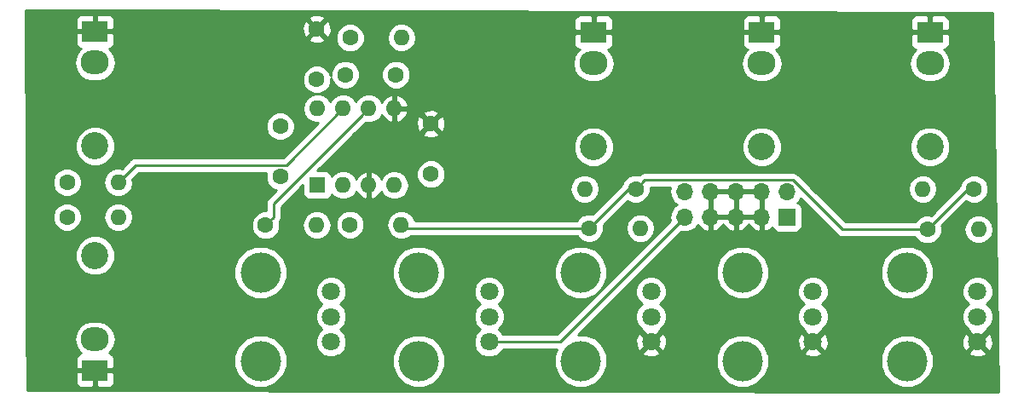
<source format=gbr>
G04 #@! TF.GenerationSoftware,KiCad,Pcbnew,(5.0.1)-rc2*
G04 #@! TF.CreationDate,2019-03-16T15:36:32-04:00*
G04 #@! TF.ProjectId,mixer,6D697865722E6B696361645F70636200,rev?*
G04 #@! TF.SameCoordinates,Original*
G04 #@! TF.FileFunction,Copper,L2,Bot,Signal*
G04 #@! TF.FilePolarity,Positive*
%FSLAX46Y46*%
G04 Gerber Fmt 4.6, Leading zero omitted, Abs format (unit mm)*
G04 Created by KiCad (PCBNEW (5.0.1)-rc2) date 3/16/2019 3:36:32 PM*
%MOMM*%
%LPD*%
G01*
G04 APERTURE LIST*
G04 #@! TA.AperFunction,ComponentPad*
%ADD10R,1.700000X1.700000*%
G04 #@! TD*
G04 #@! TA.AperFunction,ComponentPad*
%ADD11O,1.700000X1.700000*%
G04 #@! TD*
G04 #@! TA.AperFunction,ComponentPad*
%ADD12C,1.600000*%
G04 #@! TD*
G04 #@! TA.AperFunction,ComponentPad*
%ADD13C,2.700000*%
G04 #@! TD*
G04 #@! TA.AperFunction,ComponentPad*
%ADD14R,2.600000X2.150000*%
G04 #@! TD*
G04 #@! TA.AperFunction,ComponentPad*
%ADD15O,2.800000X2.350000*%
G04 #@! TD*
G04 #@! TA.AperFunction,ComponentPad*
%ADD16R,1.600000X1.600000*%
G04 #@! TD*
G04 #@! TA.AperFunction,ComponentPad*
%ADD17O,1.600000X1.600000*%
G04 #@! TD*
G04 #@! TA.AperFunction,ComponentPad*
%ADD18C,1.800000*%
G04 #@! TD*
G04 #@! TA.AperFunction,WasherPad*
%ADD19C,4.000000*%
G04 #@! TD*
G04 #@! TA.AperFunction,Conductor*
%ADD20C,0.250000*%
G04 #@! TD*
G04 #@! TA.AperFunction,Conductor*
%ADD21C,0.254000*%
G04 #@! TD*
G04 APERTURE END LIST*
D10*
G04 #@! TO.P,J4,1*
G04 #@! TO.N,+12V*
X189268100Y-86690200D03*
D11*
G04 #@! TO.P,J4,2*
X189268100Y-84150200D03*
G04 #@! TO.P,J4,3*
G04 #@! TO.N,GND*
X186728100Y-86690200D03*
G04 #@! TO.P,J4,4*
X186728100Y-84150200D03*
G04 #@! TO.P,J4,5*
X184188100Y-86690200D03*
G04 #@! TO.P,J4,6*
X184188100Y-84150200D03*
G04 #@! TO.P,J4,7*
X181648100Y-86690200D03*
G04 #@! TO.P,J4,8*
X181648100Y-84150200D03*
G04 #@! TO.P,J4,9*
G04 #@! TO.N,-12V*
X179108100Y-86690200D03*
G04 #@! TO.P,J4,10*
X179108100Y-84150200D03*
G04 #@! TD*
D12*
G04 #@! TO.P,C2,2*
G04 #@! TO.N,-12V*
X153898600Y-82419200D03*
G04 #@! TO.P,C2,1*
G04 #@! TO.N,GND*
X153898600Y-77419200D03*
G04 #@! TD*
G04 #@! TO.P,C3,1*
G04 #@! TO.N,Net-(C3-Pad1)*
X138950700Y-82651600D03*
G04 #@! TO.P,C3,2*
G04 #@! TO.N,Net-(C3-Pad2)*
X138950700Y-77651600D03*
G04 #@! TD*
G04 #@! TO.P,C4,2*
G04 #@! TO.N,Net-(C4-Pad2)*
X150415000Y-72542400D03*
G04 #@! TO.P,C4,1*
G04 #@! TO.N,Net-(C4-Pad1)*
X145415000Y-72542400D03*
G04 #@! TD*
G04 #@! TO.P,C1,1*
G04 #@! TO.N,GND*
X142570200Y-67995800D03*
G04 #@! TO.P,C1,2*
G04 #@! TO.N,+12V*
X142570200Y-72995800D03*
G04 #@! TD*
D13*
G04 #@! TO.P,J1,T*
G04 #@! TO.N,Net-(J1-PadT)*
X203458800Y-79700600D03*
D14*
G04 #@! TO.P,J1,S*
G04 #@! TO.N,GND*
X203458800Y-68300600D03*
D15*
G04 #@! TO.P,J1,TN*
G04 #@! TO.N,Net-(J1-PadTN)*
X203458800Y-71400600D03*
G04 #@! TD*
G04 #@! TO.P,J2,TN*
G04 #@! TO.N,Net-(J2-PadTN)*
X186758300Y-71400600D03*
D14*
G04 #@! TO.P,J2,S*
G04 #@! TO.N,GND*
X186758300Y-68300600D03*
D13*
G04 #@! TO.P,J2,T*
G04 #@! TO.N,Net-(J2-PadT)*
X186758300Y-79700600D03*
G04 #@! TD*
G04 #@! TO.P,J3,T*
G04 #@! TO.N,Net-(J3-PadT)*
X170057800Y-79700600D03*
D14*
G04 #@! TO.P,J3,S*
G04 #@! TO.N,GND*
X170057800Y-68300600D03*
D15*
G04 #@! TO.P,J3,TN*
G04 #@! TO.N,Net-(J3-PadTN)*
X170057800Y-71400600D03*
G04 #@! TD*
D13*
G04 #@! TO.P,J6,T*
G04 #@! TO.N,Net-(J6-PadT)*
X120548400Y-90504800D03*
D14*
G04 #@! TO.P,J6,S*
G04 #@! TO.N,GND*
X120548400Y-101904800D03*
D15*
G04 #@! TO.P,J6,TN*
G04 #@! TO.N,Net-(J6-PadTN)*
X120548400Y-98804800D03*
G04 #@! TD*
G04 #@! TO.P,J7,TN*
G04 #@! TO.N,Net-(J7-PadTN)*
X120548400Y-71324400D03*
D14*
G04 #@! TO.P,J7,S*
G04 #@! TO.N,GND*
X120548400Y-68224400D03*
D13*
G04 #@! TO.P,J7,T*
G04 #@! TO.N,Net-(J7-PadT)*
X120548400Y-79624400D03*
G04 #@! TD*
D16*
G04 #@! TO.P,U1,1*
G04 #@! TO.N,Net-(C3-Pad1)*
X142646400Y-83515200D03*
D17*
G04 #@! TO.P,U1,5*
G04 #@! TO.N,GND*
X150266400Y-75895200D03*
G04 #@! TO.P,U1,2*
G04 #@! TO.N,Net-(C3-Pad2)*
X145186400Y-83515200D03*
G04 #@! TO.P,U1,6*
G04 #@! TO.N,Net-(C4-Pad2)*
X147726400Y-75895200D03*
G04 #@! TO.P,U1,3*
G04 #@! TO.N,GND*
X147726400Y-83515200D03*
G04 #@! TO.P,U1,7*
G04 #@! TO.N,Net-(C4-Pad1)*
X145186400Y-75895200D03*
G04 #@! TO.P,U1,4*
G04 #@! TO.N,-12V*
X150266400Y-83515200D03*
G04 #@! TO.P,U1,8*
G04 #@! TO.N,+12V*
X142646400Y-75895200D03*
G04 #@! TD*
D18*
G04 #@! TO.P,RV5,3*
G04 #@! TO.N,Net-(R6-Pad2)*
X143992600Y-99081600D03*
G04 #@! TO.P,RV5,2*
G04 #@! TO.N,Net-(C3-Pad1)*
X143992600Y-96581600D03*
G04 #@! TO.P,RV5,1*
G04 #@! TO.N,Net-(RV5-Pad1)*
X143992600Y-94081600D03*
D19*
G04 #@! TO.P,RV5,*
G04 #@! TO.N,*
X136992600Y-100981600D03*
X136992600Y-92181600D03*
G04 #@! TD*
G04 #@! TO.P,RV4,*
G04 #@! TO.N,*
X152689800Y-92181600D03*
X152689800Y-100981600D03*
D18*
G04 #@! TO.P,RV4,1*
G04 #@! TO.N,+12V*
X159689800Y-94081600D03*
G04 #@! TO.P,RV4,2*
G04 #@! TO.N,Net-(R4-Pad2)*
X159689800Y-96581600D03*
G04 #@! TO.P,RV4,3*
G04 #@! TO.N,-12V*
X159689800Y-99081600D03*
G04 #@! TD*
G04 #@! TO.P,RV3,3*
G04 #@! TO.N,GND*
X175768000Y-99081600D03*
G04 #@! TO.P,RV3,2*
G04 #@! TO.N,Net-(R3-Pad2)*
X175768000Y-96581600D03*
G04 #@! TO.P,RV3,1*
G04 #@! TO.N,Net-(J3-PadT)*
X175768000Y-94081600D03*
D19*
G04 #@! TO.P,RV3,*
G04 #@! TO.N,*
X168768000Y-100981600D03*
X168768000Y-92181600D03*
G04 #@! TD*
G04 #@! TO.P,RV2,*
G04 #@! TO.N,*
X184846200Y-92181600D03*
X184846200Y-100981600D03*
D18*
G04 #@! TO.P,RV2,1*
G04 #@! TO.N,Net-(J2-PadT)*
X191846200Y-94081600D03*
G04 #@! TO.P,RV2,2*
G04 #@! TO.N,Net-(R2-Pad2)*
X191846200Y-96581600D03*
G04 #@! TO.P,RV2,3*
G04 #@! TO.N,GND*
X191846200Y-99081600D03*
G04 #@! TD*
G04 #@! TO.P,RV1,3*
G04 #@! TO.N,GND*
X208178400Y-99081600D03*
G04 #@! TO.P,RV1,2*
G04 #@! TO.N,Net-(R1-Pad2)*
X208178400Y-96581600D03*
G04 #@! TO.P,RV1,1*
G04 #@! TO.N,Net-(J1-PadT)*
X208178400Y-94081600D03*
D19*
G04 #@! TO.P,RV1,*
G04 #@! TO.N,*
X201178400Y-100981600D03*
X201178400Y-92181600D03*
G04 #@! TD*
D12*
G04 #@! TO.P,R9,1*
G04 #@! TO.N,Net-(J7-PadT)*
X117779800Y-83235800D03*
D17*
G04 #@! TO.P,R9,2*
G04 #@! TO.N,Net-(C4-Pad1)*
X122859800Y-83235800D03*
G04 #@! TD*
G04 #@! TO.P,R8,2*
G04 #@! TO.N,Net-(C4-Pad1)*
X122859800Y-86690200D03*
D12*
G04 #@! TO.P,R8,1*
G04 #@! TO.N,Net-(J6-PadT)*
X117779800Y-86690200D03*
G04 #@! TD*
G04 #@! TO.P,R7,1*
G04 #@! TO.N,Net-(C4-Pad1)*
X145897600Y-68859400D03*
D17*
G04 #@! TO.P,R7,2*
G04 #@! TO.N,Net-(C4-Pad2)*
X150977600Y-68859400D03*
G04 #@! TD*
G04 #@! TO.P,R6,2*
G04 #@! TO.N,Net-(R6-Pad2)*
X142570200Y-87477600D03*
D12*
G04 #@! TO.P,R6,1*
G04 #@! TO.N,Net-(C4-Pad2)*
X137490200Y-87477600D03*
G04 #@! TD*
G04 #@! TO.P,R5,1*
G04 #@! TO.N,Net-(C3-Pad1)*
X145872200Y-87439500D03*
D17*
G04 #@! TO.P,R5,2*
G04 #@! TO.N,Net-(C3-Pad2)*
X150952200Y-87439500D03*
G04 #@! TD*
G04 #@! TO.P,R1,2*
G04 #@! TO.N,Net-(R1-Pad2)*
X208280000Y-87909400D03*
D12*
G04 #@! TO.P,R1,1*
G04 #@! TO.N,Net-(C3-Pad2)*
X203200000Y-87909400D03*
G04 #@! TD*
G04 #@! TO.P,R2,1*
G04 #@! TO.N,Net-(C3-Pad2)*
X207822800Y-83896200D03*
D17*
G04 #@! TO.P,R2,2*
G04 #@! TO.N,Net-(R2-Pad2)*
X202742800Y-83896200D03*
G04 #@! TD*
G04 #@! TO.P,R3,2*
G04 #@! TO.N,Net-(R3-Pad2)*
X174701200Y-87782400D03*
D12*
G04 #@! TO.P,R3,1*
G04 #@! TO.N,Net-(C3-Pad2)*
X169621200Y-87782400D03*
G04 #@! TD*
G04 #@! TO.P,R4,1*
G04 #@! TO.N,Net-(C3-Pad2)*
X174251200Y-83870800D03*
D17*
G04 #@! TO.P,R4,2*
G04 #@! TO.N,Net-(R4-Pad2)*
X169171200Y-83870800D03*
G04 #@! TD*
D20*
G04 #@! TO.N,-12V*
X166716700Y-99081600D02*
X159689800Y-99081600D01*
X179108100Y-86690200D02*
X166716700Y-99081600D01*
G04 #@! TO.N,Net-(C3-Pad2)*
X207213200Y-83896200D02*
X207822800Y-83896200D01*
X203200000Y-87909400D02*
X207213200Y-83896200D01*
X173532800Y-83870800D02*
X174251200Y-83870800D01*
X169621200Y-87782400D02*
X173532800Y-83870800D01*
X175051199Y-83070801D02*
X174251200Y-83870800D01*
X175146801Y-82975199D02*
X175051199Y-83070801D01*
X189832101Y-82975199D02*
X175146801Y-82975199D01*
X194766302Y-87909400D02*
X189832101Y-82975199D01*
X203200000Y-87909400D02*
X194766302Y-87909400D01*
X151295100Y-87782400D02*
X150952200Y-87439500D01*
X169621200Y-87782400D02*
X151295100Y-87782400D01*
G04 #@! TO.N,Net-(C4-Pad1)*
X123659799Y-82435801D02*
X122859800Y-83235800D01*
X124569001Y-81526599D02*
X123659799Y-82435801D01*
X139555001Y-81526599D02*
X124569001Y-81526599D01*
X145186400Y-75895200D02*
X139555001Y-81526599D01*
G04 #@! TO.N,Net-(C4-Pad2)*
X146926401Y-76695199D02*
X147726400Y-75895200D01*
X138290199Y-85331401D02*
X146926401Y-76695199D01*
X138290199Y-86677601D02*
X138290199Y-85331401D01*
X137490200Y-87477600D02*
X138290199Y-86677601D01*
G04 #@! TD*
D21*
G04 #@! TO.N,GND*
G36*
X209640879Y-66420654D02*
X210233781Y-104076262D01*
X113837229Y-103898900D01*
X113791966Y-103609220D01*
X113787174Y-102190550D01*
X118613400Y-102190550D01*
X118613400Y-103106110D01*
X118710073Y-103339499D01*
X118888702Y-103518127D01*
X119122091Y-103614800D01*
X120262650Y-103614800D01*
X120421400Y-103456050D01*
X120421400Y-102031800D01*
X120675400Y-102031800D01*
X120675400Y-103456050D01*
X120834150Y-103614800D01*
X121974709Y-103614800D01*
X122208098Y-103518127D01*
X122386727Y-103339499D01*
X122483400Y-103106110D01*
X122483400Y-102190550D01*
X122324650Y-102031800D01*
X120675400Y-102031800D01*
X120421400Y-102031800D01*
X118772150Y-102031800D01*
X118613400Y-102190550D01*
X113787174Y-102190550D01*
X113775736Y-98804800D01*
X118477941Y-98804800D01*
X118618418Y-99511027D01*
X119018463Y-100109737D01*
X119145769Y-100194800D01*
X119122091Y-100194800D01*
X118888702Y-100291473D01*
X118710073Y-100470101D01*
X118613400Y-100703490D01*
X118613400Y-101619050D01*
X118772150Y-101777800D01*
X120421400Y-101777800D01*
X120421400Y-101757800D01*
X120675400Y-101757800D01*
X120675400Y-101777800D01*
X122324650Y-101777800D01*
X122483400Y-101619050D01*
X122483400Y-100703490D01*
X122386727Y-100470101D01*
X122374092Y-100457466D01*
X134357600Y-100457466D01*
X134357600Y-101505734D01*
X134758755Y-102474208D01*
X135499992Y-103215445D01*
X136468466Y-103616600D01*
X137516734Y-103616600D01*
X138485208Y-103215445D01*
X139226445Y-102474208D01*
X139627600Y-101505734D01*
X139627600Y-100457466D01*
X139226445Y-99488992D01*
X138485208Y-98747755D01*
X137516734Y-98346600D01*
X136468466Y-98346600D01*
X135499992Y-98747755D01*
X134758755Y-99488992D01*
X134357600Y-100457466D01*
X122374092Y-100457466D01*
X122208098Y-100291473D01*
X121974709Y-100194800D01*
X121951031Y-100194800D01*
X122078337Y-100109737D01*
X122478382Y-99511027D01*
X122618859Y-98804800D01*
X122478382Y-98098573D01*
X122078337Y-97499863D01*
X121479627Y-97099818D01*
X120951665Y-96994800D01*
X120145135Y-96994800D01*
X119617173Y-97099818D01*
X119018463Y-97499863D01*
X118618418Y-98098573D01*
X118477941Y-98804800D01*
X113775736Y-98804800D01*
X113746362Y-90109959D01*
X118563400Y-90109959D01*
X118563400Y-90899641D01*
X118865599Y-91629212D01*
X119423988Y-92187601D01*
X120153559Y-92489800D01*
X120943241Y-92489800D01*
X121672812Y-92187601D01*
X122202947Y-91657466D01*
X134357600Y-91657466D01*
X134357600Y-92705734D01*
X134758755Y-93674208D01*
X135499992Y-94415445D01*
X136468466Y-94816600D01*
X137516734Y-94816600D01*
X138485208Y-94415445D01*
X139124383Y-93776270D01*
X142457600Y-93776270D01*
X142457600Y-94386930D01*
X142691290Y-94951107D01*
X143071783Y-95331600D01*
X142691290Y-95712093D01*
X142457600Y-96276270D01*
X142457600Y-96886930D01*
X142691290Y-97451107D01*
X143071783Y-97831600D01*
X142691290Y-98212093D01*
X142457600Y-98776270D01*
X142457600Y-99386930D01*
X142691290Y-99951107D01*
X143123093Y-100382910D01*
X143687270Y-100616600D01*
X144297930Y-100616600D01*
X144682113Y-100457466D01*
X150054800Y-100457466D01*
X150054800Y-101505734D01*
X150455955Y-102474208D01*
X151197192Y-103215445D01*
X152165666Y-103616600D01*
X153213934Y-103616600D01*
X154182408Y-103215445D01*
X154923645Y-102474208D01*
X155324800Y-101505734D01*
X155324800Y-100457466D01*
X154923645Y-99488992D01*
X154182408Y-98747755D01*
X153213934Y-98346600D01*
X152165666Y-98346600D01*
X151197192Y-98747755D01*
X150455955Y-99488992D01*
X150054800Y-100457466D01*
X144682113Y-100457466D01*
X144862107Y-100382910D01*
X145293910Y-99951107D01*
X145527600Y-99386930D01*
X145527600Y-98776270D01*
X145293910Y-98212093D01*
X144913417Y-97831600D01*
X145293910Y-97451107D01*
X145527600Y-96886930D01*
X145527600Y-96276270D01*
X145293910Y-95712093D01*
X144913417Y-95331600D01*
X145293910Y-94951107D01*
X145527600Y-94386930D01*
X145527600Y-93776270D01*
X145293910Y-93212093D01*
X144862107Y-92780290D01*
X144297930Y-92546600D01*
X143687270Y-92546600D01*
X143123093Y-92780290D01*
X142691290Y-93212093D01*
X142457600Y-93776270D01*
X139124383Y-93776270D01*
X139226445Y-93674208D01*
X139627600Y-92705734D01*
X139627600Y-91657466D01*
X150054800Y-91657466D01*
X150054800Y-92705734D01*
X150455955Y-93674208D01*
X151197192Y-94415445D01*
X152165666Y-94816600D01*
X153213934Y-94816600D01*
X154182408Y-94415445D01*
X154923645Y-93674208D01*
X155324800Y-92705734D01*
X155324800Y-91657466D01*
X166133000Y-91657466D01*
X166133000Y-92705734D01*
X166534155Y-93674208D01*
X167275392Y-94415445D01*
X168243866Y-94816600D01*
X169292134Y-94816600D01*
X170260608Y-94415445D01*
X171001845Y-93674208D01*
X171403000Y-92705734D01*
X171403000Y-91657466D01*
X171001845Y-90688992D01*
X170260608Y-89947755D01*
X169292134Y-89546600D01*
X168243866Y-89546600D01*
X167275392Y-89947755D01*
X166534155Y-90688992D01*
X166133000Y-91657466D01*
X155324800Y-91657466D01*
X154923645Y-90688992D01*
X154182408Y-89947755D01*
X153213934Y-89546600D01*
X152165666Y-89546600D01*
X151197192Y-89947755D01*
X150455955Y-90688992D01*
X150054800Y-91657466D01*
X139627600Y-91657466D01*
X139226445Y-90688992D01*
X138485208Y-89947755D01*
X137516734Y-89546600D01*
X136468466Y-89546600D01*
X135499992Y-89947755D01*
X134758755Y-90688992D01*
X134357600Y-91657466D01*
X122202947Y-91657466D01*
X122231201Y-91629212D01*
X122533400Y-90899641D01*
X122533400Y-90109959D01*
X122231201Y-89380388D01*
X121672812Y-88821999D01*
X120943241Y-88519800D01*
X120153559Y-88519800D01*
X119423988Y-88821999D01*
X118865599Y-89380388D01*
X118563400Y-90109959D01*
X113746362Y-90109959D01*
X113733844Y-86404761D01*
X116344800Y-86404761D01*
X116344800Y-86975639D01*
X116563266Y-87503062D01*
X116966938Y-87906734D01*
X117494361Y-88125200D01*
X118065239Y-88125200D01*
X118592662Y-87906734D01*
X118996334Y-87503062D01*
X119214800Y-86975639D01*
X119214800Y-86690200D01*
X121396687Y-86690200D01*
X121508060Y-87250109D01*
X121825223Y-87724777D01*
X122299891Y-88041940D01*
X122718467Y-88125200D01*
X123001133Y-88125200D01*
X123419709Y-88041940D01*
X123894377Y-87724777D01*
X124211540Y-87250109D01*
X124322913Y-86690200D01*
X124211540Y-86130291D01*
X123894377Y-85655623D01*
X123419709Y-85338460D01*
X123001133Y-85255200D01*
X122718467Y-85255200D01*
X122299891Y-85338460D01*
X121825223Y-85655623D01*
X121508060Y-86130291D01*
X121396687Y-86690200D01*
X119214800Y-86690200D01*
X119214800Y-86404761D01*
X118996334Y-85877338D01*
X118592662Y-85473666D01*
X118065239Y-85255200D01*
X117494361Y-85255200D01*
X116966938Y-85473666D01*
X116563266Y-85877338D01*
X116344800Y-86404761D01*
X113733844Y-86404761D01*
X113722174Y-82950361D01*
X116344800Y-82950361D01*
X116344800Y-83521239D01*
X116563266Y-84048662D01*
X116966938Y-84452334D01*
X117494361Y-84670800D01*
X118065239Y-84670800D01*
X118592662Y-84452334D01*
X118996334Y-84048662D01*
X119214800Y-83521239D01*
X119214800Y-83235800D01*
X121396687Y-83235800D01*
X121508060Y-83795709D01*
X121825223Y-84270377D01*
X122299891Y-84587540D01*
X122718467Y-84670800D01*
X123001133Y-84670800D01*
X123419709Y-84587540D01*
X123894377Y-84270377D01*
X124211540Y-83795709D01*
X124322913Y-83235800D01*
X124258488Y-82911913D01*
X124883803Y-82286599D01*
X137548656Y-82286599D01*
X137515700Y-82366161D01*
X137515700Y-82937039D01*
X137734166Y-83464462D01*
X138137838Y-83868134D01*
X138520260Y-84026539D01*
X137805727Y-84741072D01*
X137742271Y-84783472D01*
X137699871Y-84846928D01*
X137699870Y-84846929D01*
X137576505Y-85031558D01*
X137574296Y-85034864D01*
X137531757Y-85248724D01*
X137515311Y-85331401D01*
X137530200Y-85406252D01*
X137530199Y-86042600D01*
X137204761Y-86042600D01*
X136677338Y-86261066D01*
X136273666Y-86664738D01*
X136055200Y-87192161D01*
X136055200Y-87763039D01*
X136273666Y-88290462D01*
X136677338Y-88694134D01*
X137204761Y-88912600D01*
X137775639Y-88912600D01*
X138303062Y-88694134D01*
X138706734Y-88290462D01*
X138925200Y-87763039D01*
X138925200Y-87477600D01*
X141107087Y-87477600D01*
X141218460Y-88037509D01*
X141535623Y-88512177D01*
X142010291Y-88829340D01*
X142428867Y-88912600D01*
X142711533Y-88912600D01*
X143130109Y-88829340D01*
X143604777Y-88512177D01*
X143921940Y-88037509D01*
X144033313Y-87477600D01*
X143968957Y-87154061D01*
X144437200Y-87154061D01*
X144437200Y-87724939D01*
X144655666Y-88252362D01*
X145059338Y-88656034D01*
X145586761Y-88874500D01*
X146157639Y-88874500D01*
X146685062Y-88656034D01*
X147088734Y-88252362D01*
X147307200Y-87724939D01*
X147307200Y-87439500D01*
X149489087Y-87439500D01*
X149600460Y-87999409D01*
X149917623Y-88474077D01*
X150392291Y-88791240D01*
X150810867Y-88874500D01*
X151093533Y-88874500D01*
X151512109Y-88791240D01*
X151884524Y-88542400D01*
X168382770Y-88542400D01*
X168404666Y-88595262D01*
X168808338Y-88998934D01*
X169335761Y-89217400D01*
X169906639Y-89217400D01*
X170434062Y-88998934D01*
X170837734Y-88595262D01*
X171056200Y-88067839D01*
X171056200Y-87782400D01*
X173238087Y-87782400D01*
X173349460Y-88342309D01*
X173666623Y-88816977D01*
X174141291Y-89134140D01*
X174559867Y-89217400D01*
X174842533Y-89217400D01*
X175261109Y-89134140D01*
X175735777Y-88816977D01*
X176052940Y-88342309D01*
X176164313Y-87782400D01*
X176052940Y-87222491D01*
X175735777Y-86747823D01*
X175261109Y-86430660D01*
X174842533Y-86347400D01*
X174559867Y-86347400D01*
X174141291Y-86430660D01*
X173666623Y-86747823D01*
X173349460Y-87222491D01*
X173238087Y-87782400D01*
X171056200Y-87782400D01*
X171056200Y-87496961D01*
X171034303Y-87444098D01*
X173414703Y-85063699D01*
X173438338Y-85087334D01*
X173965761Y-85305800D01*
X174536639Y-85305800D01*
X175064062Y-85087334D01*
X175467734Y-84683662D01*
X175686200Y-84156239D01*
X175686200Y-83735199D01*
X177676557Y-83735199D01*
X177594008Y-84150200D01*
X177709261Y-84729618D01*
X178037475Y-85220825D01*
X178335861Y-85420200D01*
X178037475Y-85619575D01*
X177709261Y-86110782D01*
X177594008Y-86690200D01*
X177666891Y-87056607D01*
X166401899Y-98321600D01*
X161036469Y-98321600D01*
X160991110Y-98212093D01*
X160610617Y-97831600D01*
X160991110Y-97451107D01*
X161224800Y-96886930D01*
X161224800Y-96276270D01*
X160991110Y-95712093D01*
X160610617Y-95331600D01*
X160991110Y-94951107D01*
X161224800Y-94386930D01*
X161224800Y-93776270D01*
X160991110Y-93212093D01*
X160559307Y-92780290D01*
X159995130Y-92546600D01*
X159384470Y-92546600D01*
X158820293Y-92780290D01*
X158388490Y-93212093D01*
X158154800Y-93776270D01*
X158154800Y-94386930D01*
X158388490Y-94951107D01*
X158768983Y-95331600D01*
X158388490Y-95712093D01*
X158154800Y-96276270D01*
X158154800Y-96886930D01*
X158388490Y-97451107D01*
X158768983Y-97831600D01*
X158388490Y-98212093D01*
X158154800Y-98776270D01*
X158154800Y-99386930D01*
X158388490Y-99951107D01*
X158820293Y-100382910D01*
X159384470Y-100616600D01*
X159995130Y-100616600D01*
X160559307Y-100382910D01*
X160991110Y-99951107D01*
X161036469Y-99841600D01*
X166388100Y-99841600D01*
X166133000Y-100457466D01*
X166133000Y-101505734D01*
X166534155Y-102474208D01*
X167275392Y-103215445D01*
X168243866Y-103616600D01*
X169292134Y-103616600D01*
X170260608Y-103215445D01*
X171001845Y-102474208D01*
X171403000Y-101505734D01*
X171403000Y-100457466D01*
X171280515Y-100161759D01*
X174867446Y-100161759D01*
X174953852Y-100418243D01*
X175527336Y-100628058D01*
X176137460Y-100602439D01*
X176487455Y-100457466D01*
X182211200Y-100457466D01*
X182211200Y-101505734D01*
X182612355Y-102474208D01*
X183353592Y-103215445D01*
X184322066Y-103616600D01*
X185370334Y-103616600D01*
X186338808Y-103215445D01*
X187080045Y-102474208D01*
X187481200Y-101505734D01*
X187481200Y-100457466D01*
X187358715Y-100161759D01*
X190945646Y-100161759D01*
X191032052Y-100418243D01*
X191605536Y-100628058D01*
X192215660Y-100602439D01*
X192565655Y-100457466D01*
X198543400Y-100457466D01*
X198543400Y-101505734D01*
X198944555Y-102474208D01*
X199685792Y-103215445D01*
X200654266Y-103616600D01*
X201702534Y-103616600D01*
X202671008Y-103215445D01*
X203412245Y-102474208D01*
X203813400Y-101505734D01*
X203813400Y-100457466D01*
X203690915Y-100161759D01*
X207277846Y-100161759D01*
X207364252Y-100418243D01*
X207937736Y-100628058D01*
X208547860Y-100602439D01*
X208992548Y-100418243D01*
X209078954Y-100161759D01*
X208178400Y-99261205D01*
X207277846Y-100161759D01*
X203690915Y-100161759D01*
X203412245Y-99488992D01*
X202764189Y-98840936D01*
X206631942Y-98840936D01*
X206657561Y-99451060D01*
X206841757Y-99895748D01*
X207098241Y-99982154D01*
X207998795Y-99081600D01*
X208358005Y-99081600D01*
X209258559Y-99982154D01*
X209515043Y-99895748D01*
X209724858Y-99322264D01*
X209699239Y-98712140D01*
X209515043Y-98267452D01*
X209258559Y-98181046D01*
X208358005Y-99081600D01*
X207998795Y-99081600D01*
X207098241Y-98181046D01*
X206841757Y-98267452D01*
X206631942Y-98840936D01*
X202764189Y-98840936D01*
X202671008Y-98747755D01*
X201702534Y-98346600D01*
X200654266Y-98346600D01*
X199685792Y-98747755D01*
X198944555Y-99488992D01*
X198543400Y-100457466D01*
X192565655Y-100457466D01*
X192660348Y-100418243D01*
X192746754Y-100161759D01*
X191846200Y-99261205D01*
X190945646Y-100161759D01*
X187358715Y-100161759D01*
X187080045Y-99488992D01*
X186431989Y-98840936D01*
X190299742Y-98840936D01*
X190325361Y-99451060D01*
X190509557Y-99895748D01*
X190766041Y-99982154D01*
X191666595Y-99081600D01*
X192025805Y-99081600D01*
X192926359Y-99982154D01*
X193182843Y-99895748D01*
X193392658Y-99322264D01*
X193367039Y-98712140D01*
X193182843Y-98267452D01*
X192926359Y-98181046D01*
X192025805Y-99081600D01*
X191666595Y-99081600D01*
X190766041Y-98181046D01*
X190509557Y-98267452D01*
X190299742Y-98840936D01*
X186431989Y-98840936D01*
X186338808Y-98747755D01*
X185370334Y-98346600D01*
X184322066Y-98346600D01*
X183353592Y-98747755D01*
X182612355Y-99488992D01*
X182211200Y-100457466D01*
X176487455Y-100457466D01*
X176582148Y-100418243D01*
X176668554Y-100161759D01*
X175768000Y-99261205D01*
X174867446Y-100161759D01*
X171280515Y-100161759D01*
X171001845Y-99488992D01*
X170353789Y-98840936D01*
X174221542Y-98840936D01*
X174247161Y-99451060D01*
X174431357Y-99895748D01*
X174687841Y-99982154D01*
X175588395Y-99081600D01*
X175947605Y-99081600D01*
X176848159Y-99982154D01*
X177104643Y-99895748D01*
X177314458Y-99322264D01*
X177288839Y-98712140D01*
X177104643Y-98267452D01*
X176848159Y-98181046D01*
X175947605Y-99081600D01*
X175588395Y-99081600D01*
X174687841Y-98181046D01*
X174431357Y-98267452D01*
X174221542Y-98840936D01*
X170353789Y-98840936D01*
X170260608Y-98747755D01*
X169292134Y-98346600D01*
X168526501Y-98346600D01*
X173096831Y-93776270D01*
X174233000Y-93776270D01*
X174233000Y-94386930D01*
X174466690Y-94951107D01*
X174847183Y-95331600D01*
X174466690Y-95712093D01*
X174233000Y-96276270D01*
X174233000Y-96886930D01*
X174466690Y-97451107D01*
X174898493Y-97882910D01*
X174906290Y-97886139D01*
X174867446Y-98001441D01*
X175768000Y-98901995D01*
X176668554Y-98001441D01*
X176629710Y-97886139D01*
X176637507Y-97882910D01*
X177069310Y-97451107D01*
X177303000Y-96886930D01*
X177303000Y-96276270D01*
X177069310Y-95712093D01*
X176688817Y-95331600D01*
X177069310Y-94951107D01*
X177303000Y-94386930D01*
X177303000Y-93776270D01*
X177069310Y-93212093D01*
X176637507Y-92780290D01*
X176073330Y-92546600D01*
X175462670Y-92546600D01*
X174898493Y-92780290D01*
X174466690Y-93212093D01*
X174233000Y-93776270D01*
X173096831Y-93776270D01*
X175215635Y-91657466D01*
X182211200Y-91657466D01*
X182211200Y-92705734D01*
X182612355Y-93674208D01*
X183353592Y-94415445D01*
X184322066Y-94816600D01*
X185370334Y-94816600D01*
X186338808Y-94415445D01*
X186977983Y-93776270D01*
X190311200Y-93776270D01*
X190311200Y-94386930D01*
X190544890Y-94951107D01*
X190925383Y-95331600D01*
X190544890Y-95712093D01*
X190311200Y-96276270D01*
X190311200Y-96886930D01*
X190544890Y-97451107D01*
X190976693Y-97882910D01*
X190984490Y-97886139D01*
X190945646Y-98001441D01*
X191846200Y-98901995D01*
X192746754Y-98001441D01*
X192707910Y-97886139D01*
X192715707Y-97882910D01*
X193147510Y-97451107D01*
X193381200Y-96886930D01*
X193381200Y-96276270D01*
X193147510Y-95712093D01*
X192767017Y-95331600D01*
X193147510Y-94951107D01*
X193381200Y-94386930D01*
X193381200Y-93776270D01*
X193147510Y-93212093D01*
X192715707Y-92780290D01*
X192151530Y-92546600D01*
X191540870Y-92546600D01*
X190976693Y-92780290D01*
X190544890Y-93212093D01*
X190311200Y-93776270D01*
X186977983Y-93776270D01*
X187080045Y-93674208D01*
X187481200Y-92705734D01*
X187481200Y-91657466D01*
X198543400Y-91657466D01*
X198543400Y-92705734D01*
X198944555Y-93674208D01*
X199685792Y-94415445D01*
X200654266Y-94816600D01*
X201702534Y-94816600D01*
X202671008Y-94415445D01*
X203310183Y-93776270D01*
X206643400Y-93776270D01*
X206643400Y-94386930D01*
X206877090Y-94951107D01*
X207257583Y-95331600D01*
X206877090Y-95712093D01*
X206643400Y-96276270D01*
X206643400Y-96886930D01*
X206877090Y-97451107D01*
X207308893Y-97882910D01*
X207316690Y-97886139D01*
X207277846Y-98001441D01*
X208178400Y-98901995D01*
X209078954Y-98001441D01*
X209040110Y-97886139D01*
X209047907Y-97882910D01*
X209479710Y-97451107D01*
X209713400Y-96886930D01*
X209713400Y-96276270D01*
X209479710Y-95712093D01*
X209099217Y-95331600D01*
X209479710Y-94951107D01*
X209713400Y-94386930D01*
X209713400Y-93776270D01*
X209479710Y-93212093D01*
X209047907Y-92780290D01*
X208483730Y-92546600D01*
X207873070Y-92546600D01*
X207308893Y-92780290D01*
X206877090Y-93212093D01*
X206643400Y-93776270D01*
X203310183Y-93776270D01*
X203412245Y-93674208D01*
X203813400Y-92705734D01*
X203813400Y-91657466D01*
X203412245Y-90688992D01*
X202671008Y-89947755D01*
X201702534Y-89546600D01*
X200654266Y-89546600D01*
X199685792Y-89947755D01*
X198944555Y-90688992D01*
X198543400Y-91657466D01*
X187481200Y-91657466D01*
X187080045Y-90688992D01*
X186338808Y-89947755D01*
X185370334Y-89546600D01*
X184322066Y-89546600D01*
X183353592Y-89947755D01*
X182612355Y-90688992D01*
X182211200Y-91657466D01*
X175215635Y-91657466D01*
X178741693Y-88131409D01*
X178961844Y-88175200D01*
X179254356Y-88175200D01*
X179687518Y-88089039D01*
X180178725Y-87760825D01*
X180391943Y-87441722D01*
X180452917Y-87571558D01*
X180881176Y-87961845D01*
X181291210Y-88131676D01*
X181521100Y-88010355D01*
X181521100Y-86817200D01*
X181775100Y-86817200D01*
X181775100Y-88010355D01*
X182004990Y-88131676D01*
X182415024Y-87961845D01*
X182843283Y-87571558D01*
X182918100Y-87412246D01*
X182992917Y-87571558D01*
X183421176Y-87961845D01*
X183831210Y-88131676D01*
X184061100Y-88010355D01*
X184061100Y-86817200D01*
X184315100Y-86817200D01*
X184315100Y-88010355D01*
X184544990Y-88131676D01*
X184955024Y-87961845D01*
X185383283Y-87571558D01*
X185458100Y-87412246D01*
X185532917Y-87571558D01*
X185961176Y-87961845D01*
X186371210Y-88131676D01*
X186601100Y-88010355D01*
X186601100Y-86817200D01*
X184315100Y-86817200D01*
X184061100Y-86817200D01*
X181775100Y-86817200D01*
X181521100Y-86817200D01*
X181501100Y-86817200D01*
X181501100Y-86563200D01*
X181521100Y-86563200D01*
X181521100Y-84277200D01*
X181775100Y-84277200D01*
X181775100Y-86563200D01*
X184061100Y-86563200D01*
X184061100Y-84277200D01*
X184315100Y-84277200D01*
X184315100Y-86563200D01*
X186601100Y-86563200D01*
X186601100Y-84277200D01*
X184315100Y-84277200D01*
X184061100Y-84277200D01*
X181775100Y-84277200D01*
X181521100Y-84277200D01*
X181501100Y-84277200D01*
X181501100Y-84023200D01*
X181521100Y-84023200D01*
X181521100Y-84003200D01*
X181775100Y-84003200D01*
X181775100Y-84023200D01*
X184061100Y-84023200D01*
X184061100Y-84003200D01*
X184315100Y-84003200D01*
X184315100Y-84023200D01*
X186601100Y-84023200D01*
X186601100Y-84003200D01*
X186855100Y-84003200D01*
X186855100Y-84023200D01*
X186875100Y-84023200D01*
X186875100Y-84277200D01*
X186855100Y-84277200D01*
X186855100Y-86563200D01*
X186875100Y-86563200D01*
X186875100Y-86817200D01*
X186855100Y-86817200D01*
X186855100Y-88010355D01*
X187084990Y-88131676D01*
X187495024Y-87961845D01*
X187799361Y-87684492D01*
X187819943Y-87787965D01*
X187960291Y-87998009D01*
X188170335Y-88138357D01*
X188418100Y-88187640D01*
X190118100Y-88187640D01*
X190365865Y-88138357D01*
X190575909Y-87998009D01*
X190716257Y-87787965D01*
X190765540Y-87540200D01*
X190765540Y-85840200D01*
X190716257Y-85592435D01*
X190575909Y-85382391D01*
X190365865Y-85242043D01*
X190320481Y-85233016D01*
X190338725Y-85220825D01*
X190604766Y-84822666D01*
X194175973Y-88393873D01*
X194218373Y-88457329D01*
X194469765Y-88625304D01*
X194691450Y-88669400D01*
X194691455Y-88669400D01*
X194766302Y-88684288D01*
X194841149Y-88669400D01*
X201961570Y-88669400D01*
X201983466Y-88722262D01*
X202387138Y-89125934D01*
X202914561Y-89344400D01*
X203485439Y-89344400D01*
X204012862Y-89125934D01*
X204416534Y-88722262D01*
X204635000Y-88194839D01*
X204635000Y-87909400D01*
X206816887Y-87909400D01*
X206928260Y-88469309D01*
X207245423Y-88943977D01*
X207720091Y-89261140D01*
X208138667Y-89344400D01*
X208421333Y-89344400D01*
X208839909Y-89261140D01*
X209314577Y-88943977D01*
X209631740Y-88469309D01*
X209743113Y-87909400D01*
X209631740Y-87349491D01*
X209314577Y-86874823D01*
X208839909Y-86557660D01*
X208421333Y-86474400D01*
X208138667Y-86474400D01*
X207720091Y-86557660D01*
X207245423Y-86874823D01*
X206928260Y-87349491D01*
X206816887Y-87909400D01*
X204635000Y-87909400D01*
X204635000Y-87623961D01*
X204613103Y-87571098D01*
X207053446Y-85130756D01*
X207537361Y-85331200D01*
X208108239Y-85331200D01*
X208635662Y-85112734D01*
X209039334Y-84709062D01*
X209257800Y-84181639D01*
X209257800Y-83610761D01*
X209039334Y-83083338D01*
X208635662Y-82679666D01*
X208108239Y-82461200D01*
X207537361Y-82461200D01*
X207009938Y-82679666D01*
X206606266Y-83083338D01*
X206387800Y-83610761D01*
X206387800Y-83646798D01*
X203538302Y-86496297D01*
X203485439Y-86474400D01*
X202914561Y-86474400D01*
X202387138Y-86692866D01*
X201983466Y-87096538D01*
X201961570Y-87149400D01*
X195081104Y-87149400D01*
X191827904Y-83896200D01*
X201279687Y-83896200D01*
X201391060Y-84456109D01*
X201708223Y-84930777D01*
X202182891Y-85247940D01*
X202601467Y-85331200D01*
X202884133Y-85331200D01*
X203302709Y-85247940D01*
X203777377Y-84930777D01*
X204094540Y-84456109D01*
X204205913Y-83896200D01*
X204094540Y-83336291D01*
X203777377Y-82861623D01*
X203302709Y-82544460D01*
X202884133Y-82461200D01*
X202601467Y-82461200D01*
X202182891Y-82544460D01*
X201708223Y-82861623D01*
X201391060Y-83336291D01*
X201279687Y-83896200D01*
X191827904Y-83896200D01*
X190422432Y-82490729D01*
X190380030Y-82427270D01*
X190128638Y-82259295D01*
X189906953Y-82215199D01*
X189906948Y-82215199D01*
X189832101Y-82200311D01*
X189757254Y-82215199D01*
X175221649Y-82215199D01*
X175146801Y-82200311D01*
X175071953Y-82215199D01*
X175071949Y-82215199D01*
X174850264Y-82259295D01*
X174598872Y-82427270D01*
X174580917Y-82454141D01*
X174536639Y-82435800D01*
X173965761Y-82435800D01*
X173438338Y-82654266D01*
X173034666Y-83057938D01*
X172867651Y-83461147D01*
X169959502Y-86369297D01*
X169906639Y-86347400D01*
X169335761Y-86347400D01*
X168808338Y-86565866D01*
X168404666Y-86969538D01*
X168382770Y-87022400D01*
X152332347Y-87022400D01*
X152303940Y-86879591D01*
X151986777Y-86404923D01*
X151512109Y-86087760D01*
X151093533Y-86004500D01*
X150810867Y-86004500D01*
X150392291Y-86087760D01*
X149917623Y-86404923D01*
X149600460Y-86879591D01*
X149489087Y-87439500D01*
X147307200Y-87439500D01*
X147307200Y-87154061D01*
X147088734Y-86626638D01*
X146685062Y-86222966D01*
X146157639Y-86004500D01*
X145586761Y-86004500D01*
X145059338Y-86222966D01*
X144655666Y-86626638D01*
X144437200Y-87154061D01*
X143968957Y-87154061D01*
X143921940Y-86917691D01*
X143604777Y-86443023D01*
X143130109Y-86125860D01*
X142711533Y-86042600D01*
X142428867Y-86042600D01*
X142010291Y-86125860D01*
X141535623Y-86443023D01*
X141218460Y-86917691D01*
X141107087Y-87477600D01*
X138925200Y-87477600D01*
X138925200Y-87192161D01*
X138900412Y-87132317D01*
X139006102Y-86974139D01*
X139006103Y-86974138D01*
X139050199Y-86752453D01*
X139050199Y-86752449D01*
X139065087Y-86677602D01*
X139050199Y-86602755D01*
X139050199Y-85646202D01*
X141198960Y-83497441D01*
X141198960Y-84315200D01*
X141248243Y-84562965D01*
X141388591Y-84773009D01*
X141598635Y-84913357D01*
X141846400Y-84962640D01*
X143446400Y-84962640D01*
X143694165Y-84913357D01*
X143904209Y-84773009D01*
X144044557Y-84562965D01*
X144071185Y-84429094D01*
X144151823Y-84549777D01*
X144626491Y-84866940D01*
X145045067Y-84950200D01*
X145327733Y-84950200D01*
X145746309Y-84866940D01*
X146220977Y-84549777D01*
X146477347Y-84166092D01*
X146574011Y-84370334D01*
X146988977Y-84746241D01*
X147377361Y-84907104D01*
X147599400Y-84785115D01*
X147599400Y-83642200D01*
X147579400Y-83642200D01*
X147579400Y-83388200D01*
X147599400Y-83388200D01*
X147599400Y-82245285D01*
X147853400Y-82245285D01*
X147853400Y-83388200D01*
X147873400Y-83388200D01*
X147873400Y-83642200D01*
X147853400Y-83642200D01*
X147853400Y-84785115D01*
X148075439Y-84907104D01*
X148463823Y-84746241D01*
X148878789Y-84370334D01*
X148975453Y-84166092D01*
X149231823Y-84549777D01*
X149706491Y-84866940D01*
X150125067Y-84950200D01*
X150407733Y-84950200D01*
X150826309Y-84866940D01*
X151300977Y-84549777D01*
X151618140Y-84075109D01*
X151658779Y-83870800D01*
X167708087Y-83870800D01*
X167819460Y-84430709D01*
X168136623Y-84905377D01*
X168611291Y-85222540D01*
X169029867Y-85305800D01*
X169312533Y-85305800D01*
X169731109Y-85222540D01*
X170205777Y-84905377D01*
X170522940Y-84430709D01*
X170634313Y-83870800D01*
X170522940Y-83310891D01*
X170205777Y-82836223D01*
X169731109Y-82519060D01*
X169312533Y-82435800D01*
X169029867Y-82435800D01*
X168611291Y-82519060D01*
X168136623Y-82836223D01*
X167819460Y-83310891D01*
X167708087Y-83870800D01*
X151658779Y-83870800D01*
X151729513Y-83515200D01*
X151618140Y-82955291D01*
X151300977Y-82480623D01*
X150826309Y-82163460D01*
X150677003Y-82133761D01*
X152463600Y-82133761D01*
X152463600Y-82704639D01*
X152682066Y-83232062D01*
X153085738Y-83635734D01*
X153613161Y-83854200D01*
X154184039Y-83854200D01*
X154711462Y-83635734D01*
X155115134Y-83232062D01*
X155333600Y-82704639D01*
X155333600Y-82133761D01*
X155115134Y-81606338D01*
X154711462Y-81202666D01*
X154184039Y-80984200D01*
X153613161Y-80984200D01*
X153085738Y-81202666D01*
X152682066Y-81606338D01*
X152463600Y-82133761D01*
X150677003Y-82133761D01*
X150407733Y-82080200D01*
X150125067Y-82080200D01*
X149706491Y-82163460D01*
X149231823Y-82480623D01*
X148975453Y-82864308D01*
X148878789Y-82660066D01*
X148463823Y-82284159D01*
X148075439Y-82123296D01*
X147853400Y-82245285D01*
X147599400Y-82245285D01*
X147377361Y-82123296D01*
X146988977Y-82284159D01*
X146574011Y-82660066D01*
X146477347Y-82864308D01*
X146220977Y-82480623D01*
X145746309Y-82163460D01*
X145327733Y-82080200D01*
X145045067Y-82080200D01*
X144626491Y-82163460D01*
X144151823Y-82480623D01*
X144071185Y-82601306D01*
X144044557Y-82467435D01*
X143904209Y-82257391D01*
X143694165Y-82117043D01*
X143446400Y-82067760D01*
X142628641Y-82067760D01*
X145390642Y-79305759D01*
X168072800Y-79305759D01*
X168072800Y-80095441D01*
X168374999Y-80825012D01*
X168933388Y-81383401D01*
X169662959Y-81685600D01*
X170452641Y-81685600D01*
X171182212Y-81383401D01*
X171740601Y-80825012D01*
X172042800Y-80095441D01*
X172042800Y-79305759D01*
X184773300Y-79305759D01*
X184773300Y-80095441D01*
X185075499Y-80825012D01*
X185633888Y-81383401D01*
X186363459Y-81685600D01*
X187153141Y-81685600D01*
X187882712Y-81383401D01*
X188441101Y-80825012D01*
X188743300Y-80095441D01*
X188743300Y-79305759D01*
X201473800Y-79305759D01*
X201473800Y-80095441D01*
X201775999Y-80825012D01*
X202334388Y-81383401D01*
X203063959Y-81685600D01*
X203853641Y-81685600D01*
X204583212Y-81383401D01*
X205141601Y-80825012D01*
X205443800Y-80095441D01*
X205443800Y-79305759D01*
X205141601Y-78576188D01*
X204583212Y-78017799D01*
X203853641Y-77715600D01*
X203063959Y-77715600D01*
X202334388Y-78017799D01*
X201775999Y-78576188D01*
X201473800Y-79305759D01*
X188743300Y-79305759D01*
X188441101Y-78576188D01*
X187882712Y-78017799D01*
X187153141Y-77715600D01*
X186363459Y-77715600D01*
X185633888Y-78017799D01*
X185075499Y-78576188D01*
X184773300Y-79305759D01*
X172042800Y-79305759D01*
X171740601Y-78576188D01*
X171182212Y-78017799D01*
X170452641Y-77715600D01*
X169662959Y-77715600D01*
X168933388Y-78017799D01*
X168374999Y-78576188D01*
X168072800Y-79305759D01*
X145390642Y-79305759D01*
X146269456Y-78426945D01*
X153070461Y-78426945D01*
X153144595Y-78673064D01*
X153681823Y-78866165D01*
X154252054Y-78838978D01*
X154652605Y-78673064D01*
X154726739Y-78426945D01*
X153898600Y-77598805D01*
X153070461Y-78426945D01*
X146269456Y-78426945D01*
X147402514Y-77293888D01*
X147585067Y-77330200D01*
X147867733Y-77330200D01*
X148286309Y-77246940D01*
X148760977Y-76929777D01*
X149017347Y-76546092D01*
X149114011Y-76750334D01*
X149528977Y-77126241D01*
X149917361Y-77287104D01*
X150139400Y-77165115D01*
X150139400Y-76022200D01*
X150393400Y-76022200D01*
X150393400Y-77165115D01*
X150615439Y-77287104D01*
X150819890Y-77202423D01*
X152451635Y-77202423D01*
X152478822Y-77772654D01*
X152644736Y-78173205D01*
X152890855Y-78247339D01*
X153718995Y-77419200D01*
X154078205Y-77419200D01*
X154906345Y-78247339D01*
X155152464Y-78173205D01*
X155345565Y-77635977D01*
X155318378Y-77065746D01*
X155152464Y-76665195D01*
X154906345Y-76591061D01*
X154078205Y-77419200D01*
X153718995Y-77419200D01*
X152890855Y-76591061D01*
X152644736Y-76665195D01*
X152451635Y-77202423D01*
X150819890Y-77202423D01*
X151003823Y-77126241D01*
X151418789Y-76750334D01*
X151579174Y-76411455D01*
X153070461Y-76411455D01*
X153898600Y-77239595D01*
X154726739Y-76411455D01*
X154652605Y-76165336D01*
X154115377Y-75972235D01*
X153545146Y-75999422D01*
X153144595Y-76165336D01*
X153070461Y-76411455D01*
X151579174Y-76411455D01*
X151658314Y-76244241D01*
X151537029Y-76022200D01*
X150393400Y-76022200D01*
X150139400Y-76022200D01*
X150119400Y-76022200D01*
X150119400Y-75768200D01*
X150139400Y-75768200D01*
X150139400Y-74625285D01*
X150393400Y-74625285D01*
X150393400Y-75768200D01*
X151537029Y-75768200D01*
X151658314Y-75546159D01*
X151418789Y-75040066D01*
X151003823Y-74664159D01*
X150615439Y-74503296D01*
X150393400Y-74625285D01*
X150139400Y-74625285D01*
X149917361Y-74503296D01*
X149528977Y-74664159D01*
X149114011Y-75040066D01*
X149017347Y-75244308D01*
X148760977Y-74860623D01*
X148286309Y-74543460D01*
X147867733Y-74460200D01*
X147585067Y-74460200D01*
X147166491Y-74543460D01*
X146691823Y-74860623D01*
X146456400Y-75212958D01*
X146220977Y-74860623D01*
X145746309Y-74543460D01*
X145327733Y-74460200D01*
X145045067Y-74460200D01*
X144626491Y-74543460D01*
X144151823Y-74860623D01*
X143916400Y-75212958D01*
X143680977Y-74860623D01*
X143206309Y-74543460D01*
X142787733Y-74460200D01*
X142505067Y-74460200D01*
X142086491Y-74543460D01*
X141611823Y-74860623D01*
X141294660Y-75335291D01*
X141183287Y-75895200D01*
X141294660Y-76455109D01*
X141611823Y-76929777D01*
X142086491Y-77246940D01*
X142505067Y-77330200D01*
X142676598Y-77330200D01*
X139240200Y-80766599D01*
X124643849Y-80766599D01*
X124569001Y-80751711D01*
X124494153Y-80766599D01*
X124494149Y-80766599D01*
X124320606Y-80801119D01*
X124272463Y-80810695D01*
X124085419Y-80935675D01*
X124021072Y-80978670D01*
X123978672Y-81042126D01*
X123183687Y-81837112D01*
X123001133Y-81800800D01*
X122718467Y-81800800D01*
X122299891Y-81884060D01*
X121825223Y-82201223D01*
X121508060Y-82675891D01*
X121396687Y-83235800D01*
X119214800Y-83235800D01*
X119214800Y-82950361D01*
X118996334Y-82422938D01*
X118592662Y-82019266D01*
X118065239Y-81800800D01*
X117494361Y-81800800D01*
X116966938Y-82019266D01*
X116563266Y-82422938D01*
X116344800Y-82950361D01*
X113722174Y-82950361D01*
X113709604Y-79229559D01*
X118563400Y-79229559D01*
X118563400Y-80019241D01*
X118865599Y-80748812D01*
X119423988Y-81307201D01*
X120153559Y-81609400D01*
X120943241Y-81609400D01*
X121672812Y-81307201D01*
X122231201Y-80748812D01*
X122533400Y-80019241D01*
X122533400Y-79229559D01*
X122231201Y-78499988D01*
X121672812Y-77941599D01*
X120943241Y-77639400D01*
X120153559Y-77639400D01*
X119423988Y-77941599D01*
X118865599Y-78499988D01*
X118563400Y-79229559D01*
X113709604Y-79229559D01*
X113703309Y-77366161D01*
X137515700Y-77366161D01*
X137515700Y-77937039D01*
X137734166Y-78464462D01*
X138137838Y-78868134D01*
X138665261Y-79086600D01*
X139236139Y-79086600D01*
X139763562Y-78868134D01*
X140167234Y-78464462D01*
X140385700Y-77937039D01*
X140385700Y-77366161D01*
X140167234Y-76838738D01*
X139763562Y-76435066D01*
X139236139Y-76216600D01*
X138665261Y-76216600D01*
X138137838Y-76435066D01*
X137734166Y-76838738D01*
X137515700Y-77366161D01*
X113703309Y-77366161D01*
X113682897Y-71324400D01*
X118477941Y-71324400D01*
X118618418Y-72030627D01*
X119018463Y-72629337D01*
X119617173Y-73029382D01*
X120145135Y-73134400D01*
X120951665Y-73134400D01*
X121479627Y-73029382D01*
X121957075Y-72710361D01*
X141135200Y-72710361D01*
X141135200Y-73281239D01*
X141353666Y-73808662D01*
X141757338Y-74212334D01*
X142284761Y-74430800D01*
X142855639Y-74430800D01*
X143383062Y-74212334D01*
X143786734Y-73808662D01*
X144005200Y-73281239D01*
X144005200Y-72888677D01*
X144198466Y-73355262D01*
X144602138Y-73758934D01*
X145129561Y-73977400D01*
X145700439Y-73977400D01*
X146227862Y-73758934D01*
X146631534Y-73355262D01*
X146850000Y-72827839D01*
X146850000Y-72256961D01*
X148980000Y-72256961D01*
X148980000Y-72827839D01*
X149198466Y-73355262D01*
X149602138Y-73758934D01*
X150129561Y-73977400D01*
X150700439Y-73977400D01*
X151227862Y-73758934D01*
X151631534Y-73355262D01*
X151850000Y-72827839D01*
X151850000Y-72256961D01*
X151631534Y-71729538D01*
X151302596Y-71400600D01*
X167987341Y-71400600D01*
X168127818Y-72106827D01*
X168527863Y-72705537D01*
X169126573Y-73105582D01*
X169654535Y-73210600D01*
X170461065Y-73210600D01*
X170989027Y-73105582D01*
X171587737Y-72705537D01*
X171987782Y-72106827D01*
X172128259Y-71400600D01*
X184687841Y-71400600D01*
X184828318Y-72106827D01*
X185228363Y-72705537D01*
X185827073Y-73105582D01*
X186355035Y-73210600D01*
X187161565Y-73210600D01*
X187689527Y-73105582D01*
X188288237Y-72705537D01*
X188688282Y-72106827D01*
X188828759Y-71400600D01*
X201388341Y-71400600D01*
X201528818Y-72106827D01*
X201928863Y-72705537D01*
X202527573Y-73105582D01*
X203055535Y-73210600D01*
X203862065Y-73210600D01*
X204390027Y-73105582D01*
X204988737Y-72705537D01*
X205388782Y-72106827D01*
X205529259Y-71400600D01*
X205388782Y-70694373D01*
X204988737Y-70095663D01*
X204861431Y-70010600D01*
X204885109Y-70010600D01*
X205118498Y-69913927D01*
X205297127Y-69735299D01*
X205393800Y-69501910D01*
X205393800Y-68586350D01*
X205235050Y-68427600D01*
X203585800Y-68427600D01*
X203585800Y-68447600D01*
X203331800Y-68447600D01*
X203331800Y-68427600D01*
X201682550Y-68427600D01*
X201523800Y-68586350D01*
X201523800Y-69501910D01*
X201620473Y-69735299D01*
X201799102Y-69913927D01*
X202032491Y-70010600D01*
X202056169Y-70010600D01*
X201928863Y-70095663D01*
X201528818Y-70694373D01*
X201388341Y-71400600D01*
X188828759Y-71400600D01*
X188688282Y-70694373D01*
X188288237Y-70095663D01*
X188160931Y-70010600D01*
X188184609Y-70010600D01*
X188417998Y-69913927D01*
X188596627Y-69735299D01*
X188693300Y-69501910D01*
X188693300Y-68586350D01*
X188534550Y-68427600D01*
X186885300Y-68427600D01*
X186885300Y-68447600D01*
X186631300Y-68447600D01*
X186631300Y-68427600D01*
X184982050Y-68427600D01*
X184823300Y-68586350D01*
X184823300Y-69501910D01*
X184919973Y-69735299D01*
X185098602Y-69913927D01*
X185331991Y-70010600D01*
X185355669Y-70010600D01*
X185228363Y-70095663D01*
X184828318Y-70694373D01*
X184687841Y-71400600D01*
X172128259Y-71400600D01*
X171987782Y-70694373D01*
X171587737Y-70095663D01*
X171460431Y-70010600D01*
X171484109Y-70010600D01*
X171717498Y-69913927D01*
X171896127Y-69735299D01*
X171992800Y-69501910D01*
X171992800Y-68586350D01*
X171834050Y-68427600D01*
X170184800Y-68427600D01*
X170184800Y-68447600D01*
X169930800Y-68447600D01*
X169930800Y-68427600D01*
X168281550Y-68427600D01*
X168122800Y-68586350D01*
X168122800Y-69501910D01*
X168219473Y-69735299D01*
X168398102Y-69913927D01*
X168631491Y-70010600D01*
X168655169Y-70010600D01*
X168527863Y-70095663D01*
X168127818Y-70694373D01*
X167987341Y-71400600D01*
X151302596Y-71400600D01*
X151227862Y-71325866D01*
X150700439Y-71107400D01*
X150129561Y-71107400D01*
X149602138Y-71325866D01*
X149198466Y-71729538D01*
X148980000Y-72256961D01*
X146850000Y-72256961D01*
X146631534Y-71729538D01*
X146227862Y-71325866D01*
X145700439Y-71107400D01*
X145129561Y-71107400D01*
X144602138Y-71325866D01*
X144198466Y-71729538D01*
X143980000Y-72256961D01*
X143980000Y-72649523D01*
X143786734Y-72182938D01*
X143383062Y-71779266D01*
X142855639Y-71560800D01*
X142284761Y-71560800D01*
X141757338Y-71779266D01*
X141353666Y-72182938D01*
X141135200Y-72710361D01*
X121957075Y-72710361D01*
X122078337Y-72629337D01*
X122478382Y-72030627D01*
X122618859Y-71324400D01*
X122478382Y-70618173D01*
X122078337Y-70019463D01*
X121951031Y-69934400D01*
X121974709Y-69934400D01*
X122208098Y-69837727D01*
X122386727Y-69659099D01*
X122483400Y-69425710D01*
X122483400Y-69003545D01*
X141742061Y-69003545D01*
X141816195Y-69249664D01*
X142353423Y-69442765D01*
X142923654Y-69415578D01*
X143324205Y-69249664D01*
X143398339Y-69003545D01*
X142570200Y-68175405D01*
X141742061Y-69003545D01*
X122483400Y-69003545D01*
X122483400Y-68510150D01*
X122324650Y-68351400D01*
X120675400Y-68351400D01*
X120675400Y-68371400D01*
X120421400Y-68371400D01*
X120421400Y-68351400D01*
X118772150Y-68351400D01*
X118613400Y-68510150D01*
X118613400Y-69425710D01*
X118710073Y-69659099D01*
X118888702Y-69837727D01*
X119122091Y-69934400D01*
X119145769Y-69934400D01*
X119018463Y-70019463D01*
X118618418Y-70618173D01*
X118477941Y-71324400D01*
X113682897Y-71324400D01*
X113668366Y-67023090D01*
X118613400Y-67023090D01*
X118613400Y-67938650D01*
X118772150Y-68097400D01*
X120421400Y-68097400D01*
X120421400Y-66673150D01*
X120675400Y-66673150D01*
X120675400Y-68097400D01*
X122324650Y-68097400D01*
X122483400Y-67938650D01*
X122483400Y-67779023D01*
X141123235Y-67779023D01*
X141150422Y-68349254D01*
X141316336Y-68749805D01*
X141562455Y-68823939D01*
X142390595Y-67995800D01*
X142749805Y-67995800D01*
X143577945Y-68823939D01*
X143824064Y-68749805D01*
X143887269Y-68573961D01*
X144462600Y-68573961D01*
X144462600Y-69144839D01*
X144681066Y-69672262D01*
X145084738Y-70075934D01*
X145612161Y-70294400D01*
X146183039Y-70294400D01*
X146710462Y-70075934D01*
X147114134Y-69672262D01*
X147332600Y-69144839D01*
X147332600Y-68859400D01*
X149514487Y-68859400D01*
X149625860Y-69419309D01*
X149943023Y-69893977D01*
X150417691Y-70211140D01*
X150836267Y-70294400D01*
X151118933Y-70294400D01*
X151537509Y-70211140D01*
X152012177Y-69893977D01*
X152329340Y-69419309D01*
X152440713Y-68859400D01*
X152329340Y-68299491D01*
X152012177Y-67824823D01*
X151537509Y-67507660D01*
X151118933Y-67424400D01*
X150836267Y-67424400D01*
X150417691Y-67507660D01*
X149943023Y-67824823D01*
X149625860Y-68299491D01*
X149514487Y-68859400D01*
X147332600Y-68859400D01*
X147332600Y-68573961D01*
X147114134Y-68046538D01*
X146710462Y-67642866D01*
X146183039Y-67424400D01*
X145612161Y-67424400D01*
X145084738Y-67642866D01*
X144681066Y-68046538D01*
X144462600Y-68573961D01*
X143887269Y-68573961D01*
X144017165Y-68212577D01*
X143989978Y-67642346D01*
X143824064Y-67241795D01*
X143577945Y-67167661D01*
X142749805Y-67995800D01*
X142390595Y-67995800D01*
X141562455Y-67167661D01*
X141316336Y-67241795D01*
X141123235Y-67779023D01*
X122483400Y-67779023D01*
X122483400Y-67023090D01*
X122468889Y-66988055D01*
X141742061Y-66988055D01*
X142570200Y-67816195D01*
X143287104Y-67099290D01*
X168122800Y-67099290D01*
X168122800Y-68014850D01*
X168281550Y-68173600D01*
X169930800Y-68173600D01*
X169930800Y-66749350D01*
X170184800Y-66749350D01*
X170184800Y-68173600D01*
X171834050Y-68173600D01*
X171992800Y-68014850D01*
X171992800Y-67099290D01*
X184823300Y-67099290D01*
X184823300Y-68014850D01*
X184982050Y-68173600D01*
X186631300Y-68173600D01*
X186631300Y-66749350D01*
X186885300Y-66749350D01*
X186885300Y-68173600D01*
X188534550Y-68173600D01*
X188693300Y-68014850D01*
X188693300Y-67099290D01*
X201523800Y-67099290D01*
X201523800Y-68014850D01*
X201682550Y-68173600D01*
X203331800Y-68173600D01*
X203331800Y-66749350D01*
X203585800Y-66749350D01*
X203585800Y-68173600D01*
X205235050Y-68173600D01*
X205393800Y-68014850D01*
X205393800Y-67099290D01*
X205297127Y-66865901D01*
X205118498Y-66687273D01*
X204885109Y-66590600D01*
X203744550Y-66590600D01*
X203585800Y-66749350D01*
X203331800Y-66749350D01*
X203173050Y-66590600D01*
X202032491Y-66590600D01*
X201799102Y-66687273D01*
X201620473Y-66865901D01*
X201523800Y-67099290D01*
X188693300Y-67099290D01*
X188596627Y-66865901D01*
X188417998Y-66687273D01*
X188184609Y-66590600D01*
X187044050Y-66590600D01*
X186885300Y-66749350D01*
X186631300Y-66749350D01*
X186472550Y-66590600D01*
X185331991Y-66590600D01*
X185098602Y-66687273D01*
X184919973Y-66865901D01*
X184823300Y-67099290D01*
X171992800Y-67099290D01*
X171896127Y-66865901D01*
X171717498Y-66687273D01*
X171484109Y-66590600D01*
X170343550Y-66590600D01*
X170184800Y-66749350D01*
X169930800Y-66749350D01*
X169772050Y-66590600D01*
X168631491Y-66590600D01*
X168398102Y-66687273D01*
X168219473Y-66865901D01*
X168122800Y-67099290D01*
X143287104Y-67099290D01*
X143398339Y-66988055D01*
X143324205Y-66741936D01*
X142786977Y-66548835D01*
X142216746Y-66576022D01*
X141816195Y-66741936D01*
X141742061Y-66988055D01*
X122468889Y-66988055D01*
X122386727Y-66789701D01*
X122208098Y-66611073D01*
X121974709Y-66514400D01*
X120834150Y-66514400D01*
X120675400Y-66673150D01*
X120421400Y-66673150D01*
X120262650Y-66514400D01*
X119122091Y-66514400D01*
X118888702Y-66611073D01*
X118710073Y-66789701D01*
X118613400Y-67023090D01*
X113668366Y-67023090D01*
X113665469Y-66165800D01*
X117687019Y-66165800D01*
X209640879Y-66420654D01*
X209640879Y-66420654D01*
G37*
X209640879Y-66420654D02*
X210233781Y-104076262D01*
X113837229Y-103898900D01*
X113791966Y-103609220D01*
X113787174Y-102190550D01*
X118613400Y-102190550D01*
X118613400Y-103106110D01*
X118710073Y-103339499D01*
X118888702Y-103518127D01*
X119122091Y-103614800D01*
X120262650Y-103614800D01*
X120421400Y-103456050D01*
X120421400Y-102031800D01*
X120675400Y-102031800D01*
X120675400Y-103456050D01*
X120834150Y-103614800D01*
X121974709Y-103614800D01*
X122208098Y-103518127D01*
X122386727Y-103339499D01*
X122483400Y-103106110D01*
X122483400Y-102190550D01*
X122324650Y-102031800D01*
X120675400Y-102031800D01*
X120421400Y-102031800D01*
X118772150Y-102031800D01*
X118613400Y-102190550D01*
X113787174Y-102190550D01*
X113775736Y-98804800D01*
X118477941Y-98804800D01*
X118618418Y-99511027D01*
X119018463Y-100109737D01*
X119145769Y-100194800D01*
X119122091Y-100194800D01*
X118888702Y-100291473D01*
X118710073Y-100470101D01*
X118613400Y-100703490D01*
X118613400Y-101619050D01*
X118772150Y-101777800D01*
X120421400Y-101777800D01*
X120421400Y-101757800D01*
X120675400Y-101757800D01*
X120675400Y-101777800D01*
X122324650Y-101777800D01*
X122483400Y-101619050D01*
X122483400Y-100703490D01*
X122386727Y-100470101D01*
X122374092Y-100457466D01*
X134357600Y-100457466D01*
X134357600Y-101505734D01*
X134758755Y-102474208D01*
X135499992Y-103215445D01*
X136468466Y-103616600D01*
X137516734Y-103616600D01*
X138485208Y-103215445D01*
X139226445Y-102474208D01*
X139627600Y-101505734D01*
X139627600Y-100457466D01*
X139226445Y-99488992D01*
X138485208Y-98747755D01*
X137516734Y-98346600D01*
X136468466Y-98346600D01*
X135499992Y-98747755D01*
X134758755Y-99488992D01*
X134357600Y-100457466D01*
X122374092Y-100457466D01*
X122208098Y-100291473D01*
X121974709Y-100194800D01*
X121951031Y-100194800D01*
X122078337Y-100109737D01*
X122478382Y-99511027D01*
X122618859Y-98804800D01*
X122478382Y-98098573D01*
X122078337Y-97499863D01*
X121479627Y-97099818D01*
X120951665Y-96994800D01*
X120145135Y-96994800D01*
X119617173Y-97099818D01*
X119018463Y-97499863D01*
X118618418Y-98098573D01*
X118477941Y-98804800D01*
X113775736Y-98804800D01*
X113746362Y-90109959D01*
X118563400Y-90109959D01*
X118563400Y-90899641D01*
X118865599Y-91629212D01*
X119423988Y-92187601D01*
X120153559Y-92489800D01*
X120943241Y-92489800D01*
X121672812Y-92187601D01*
X122202947Y-91657466D01*
X134357600Y-91657466D01*
X134357600Y-92705734D01*
X134758755Y-93674208D01*
X135499992Y-94415445D01*
X136468466Y-94816600D01*
X137516734Y-94816600D01*
X138485208Y-94415445D01*
X139124383Y-93776270D01*
X142457600Y-93776270D01*
X142457600Y-94386930D01*
X142691290Y-94951107D01*
X143071783Y-95331600D01*
X142691290Y-95712093D01*
X142457600Y-96276270D01*
X142457600Y-96886930D01*
X142691290Y-97451107D01*
X143071783Y-97831600D01*
X142691290Y-98212093D01*
X142457600Y-98776270D01*
X142457600Y-99386930D01*
X142691290Y-99951107D01*
X143123093Y-100382910D01*
X143687270Y-100616600D01*
X144297930Y-100616600D01*
X144682113Y-100457466D01*
X150054800Y-100457466D01*
X150054800Y-101505734D01*
X150455955Y-102474208D01*
X151197192Y-103215445D01*
X152165666Y-103616600D01*
X153213934Y-103616600D01*
X154182408Y-103215445D01*
X154923645Y-102474208D01*
X155324800Y-101505734D01*
X155324800Y-100457466D01*
X154923645Y-99488992D01*
X154182408Y-98747755D01*
X153213934Y-98346600D01*
X152165666Y-98346600D01*
X151197192Y-98747755D01*
X150455955Y-99488992D01*
X150054800Y-100457466D01*
X144682113Y-100457466D01*
X144862107Y-100382910D01*
X145293910Y-99951107D01*
X145527600Y-99386930D01*
X145527600Y-98776270D01*
X145293910Y-98212093D01*
X144913417Y-97831600D01*
X145293910Y-97451107D01*
X145527600Y-96886930D01*
X145527600Y-96276270D01*
X145293910Y-95712093D01*
X144913417Y-95331600D01*
X145293910Y-94951107D01*
X145527600Y-94386930D01*
X145527600Y-93776270D01*
X145293910Y-93212093D01*
X144862107Y-92780290D01*
X144297930Y-92546600D01*
X143687270Y-92546600D01*
X143123093Y-92780290D01*
X142691290Y-93212093D01*
X142457600Y-93776270D01*
X139124383Y-93776270D01*
X139226445Y-93674208D01*
X139627600Y-92705734D01*
X139627600Y-91657466D01*
X150054800Y-91657466D01*
X150054800Y-92705734D01*
X150455955Y-93674208D01*
X151197192Y-94415445D01*
X152165666Y-94816600D01*
X153213934Y-94816600D01*
X154182408Y-94415445D01*
X154923645Y-93674208D01*
X155324800Y-92705734D01*
X155324800Y-91657466D01*
X166133000Y-91657466D01*
X166133000Y-92705734D01*
X166534155Y-93674208D01*
X167275392Y-94415445D01*
X168243866Y-94816600D01*
X169292134Y-94816600D01*
X170260608Y-94415445D01*
X171001845Y-93674208D01*
X171403000Y-92705734D01*
X171403000Y-91657466D01*
X171001845Y-90688992D01*
X170260608Y-89947755D01*
X169292134Y-89546600D01*
X168243866Y-89546600D01*
X167275392Y-89947755D01*
X166534155Y-90688992D01*
X166133000Y-91657466D01*
X155324800Y-91657466D01*
X154923645Y-90688992D01*
X154182408Y-89947755D01*
X153213934Y-89546600D01*
X152165666Y-89546600D01*
X151197192Y-89947755D01*
X150455955Y-90688992D01*
X150054800Y-91657466D01*
X139627600Y-91657466D01*
X139226445Y-90688992D01*
X138485208Y-89947755D01*
X137516734Y-89546600D01*
X136468466Y-89546600D01*
X135499992Y-89947755D01*
X134758755Y-90688992D01*
X134357600Y-91657466D01*
X122202947Y-91657466D01*
X122231201Y-91629212D01*
X122533400Y-90899641D01*
X122533400Y-90109959D01*
X122231201Y-89380388D01*
X121672812Y-88821999D01*
X120943241Y-88519800D01*
X120153559Y-88519800D01*
X119423988Y-88821999D01*
X118865599Y-89380388D01*
X118563400Y-90109959D01*
X113746362Y-90109959D01*
X113733844Y-86404761D01*
X116344800Y-86404761D01*
X116344800Y-86975639D01*
X116563266Y-87503062D01*
X116966938Y-87906734D01*
X117494361Y-88125200D01*
X118065239Y-88125200D01*
X118592662Y-87906734D01*
X118996334Y-87503062D01*
X119214800Y-86975639D01*
X119214800Y-86690200D01*
X121396687Y-86690200D01*
X121508060Y-87250109D01*
X121825223Y-87724777D01*
X122299891Y-88041940D01*
X122718467Y-88125200D01*
X123001133Y-88125200D01*
X123419709Y-88041940D01*
X123894377Y-87724777D01*
X124211540Y-87250109D01*
X124322913Y-86690200D01*
X124211540Y-86130291D01*
X123894377Y-85655623D01*
X123419709Y-85338460D01*
X123001133Y-85255200D01*
X122718467Y-85255200D01*
X122299891Y-85338460D01*
X121825223Y-85655623D01*
X121508060Y-86130291D01*
X121396687Y-86690200D01*
X119214800Y-86690200D01*
X119214800Y-86404761D01*
X118996334Y-85877338D01*
X118592662Y-85473666D01*
X118065239Y-85255200D01*
X117494361Y-85255200D01*
X116966938Y-85473666D01*
X116563266Y-85877338D01*
X116344800Y-86404761D01*
X113733844Y-86404761D01*
X113722174Y-82950361D01*
X116344800Y-82950361D01*
X116344800Y-83521239D01*
X116563266Y-84048662D01*
X116966938Y-84452334D01*
X117494361Y-84670800D01*
X118065239Y-84670800D01*
X118592662Y-84452334D01*
X118996334Y-84048662D01*
X119214800Y-83521239D01*
X119214800Y-83235800D01*
X121396687Y-83235800D01*
X121508060Y-83795709D01*
X121825223Y-84270377D01*
X122299891Y-84587540D01*
X122718467Y-84670800D01*
X123001133Y-84670800D01*
X123419709Y-84587540D01*
X123894377Y-84270377D01*
X124211540Y-83795709D01*
X124322913Y-83235800D01*
X124258488Y-82911913D01*
X124883803Y-82286599D01*
X137548656Y-82286599D01*
X137515700Y-82366161D01*
X137515700Y-82937039D01*
X137734166Y-83464462D01*
X138137838Y-83868134D01*
X138520260Y-84026539D01*
X137805727Y-84741072D01*
X137742271Y-84783472D01*
X137699871Y-84846928D01*
X137699870Y-84846929D01*
X137576505Y-85031558D01*
X137574296Y-85034864D01*
X137531757Y-85248724D01*
X137515311Y-85331401D01*
X137530200Y-85406252D01*
X137530199Y-86042600D01*
X137204761Y-86042600D01*
X136677338Y-86261066D01*
X136273666Y-86664738D01*
X136055200Y-87192161D01*
X136055200Y-87763039D01*
X136273666Y-88290462D01*
X136677338Y-88694134D01*
X137204761Y-88912600D01*
X137775639Y-88912600D01*
X138303062Y-88694134D01*
X138706734Y-88290462D01*
X138925200Y-87763039D01*
X138925200Y-87477600D01*
X141107087Y-87477600D01*
X141218460Y-88037509D01*
X141535623Y-88512177D01*
X142010291Y-88829340D01*
X142428867Y-88912600D01*
X142711533Y-88912600D01*
X143130109Y-88829340D01*
X143604777Y-88512177D01*
X143921940Y-88037509D01*
X144033313Y-87477600D01*
X143968957Y-87154061D01*
X144437200Y-87154061D01*
X144437200Y-87724939D01*
X144655666Y-88252362D01*
X145059338Y-88656034D01*
X145586761Y-88874500D01*
X146157639Y-88874500D01*
X146685062Y-88656034D01*
X147088734Y-88252362D01*
X147307200Y-87724939D01*
X147307200Y-87439500D01*
X149489087Y-87439500D01*
X149600460Y-87999409D01*
X149917623Y-88474077D01*
X150392291Y-88791240D01*
X150810867Y-88874500D01*
X151093533Y-88874500D01*
X151512109Y-88791240D01*
X151884524Y-88542400D01*
X168382770Y-88542400D01*
X168404666Y-88595262D01*
X168808338Y-88998934D01*
X169335761Y-89217400D01*
X169906639Y-89217400D01*
X170434062Y-88998934D01*
X170837734Y-88595262D01*
X171056200Y-88067839D01*
X171056200Y-87782400D01*
X173238087Y-87782400D01*
X173349460Y-88342309D01*
X173666623Y-88816977D01*
X174141291Y-89134140D01*
X174559867Y-89217400D01*
X174842533Y-89217400D01*
X175261109Y-89134140D01*
X175735777Y-88816977D01*
X176052940Y-88342309D01*
X176164313Y-87782400D01*
X176052940Y-87222491D01*
X175735777Y-86747823D01*
X175261109Y-86430660D01*
X174842533Y-86347400D01*
X174559867Y-86347400D01*
X174141291Y-86430660D01*
X173666623Y-86747823D01*
X173349460Y-87222491D01*
X173238087Y-87782400D01*
X171056200Y-87782400D01*
X171056200Y-87496961D01*
X171034303Y-87444098D01*
X173414703Y-85063699D01*
X173438338Y-85087334D01*
X173965761Y-85305800D01*
X174536639Y-85305800D01*
X175064062Y-85087334D01*
X175467734Y-84683662D01*
X175686200Y-84156239D01*
X175686200Y-83735199D01*
X177676557Y-83735199D01*
X177594008Y-84150200D01*
X177709261Y-84729618D01*
X178037475Y-85220825D01*
X178335861Y-85420200D01*
X178037475Y-85619575D01*
X177709261Y-86110782D01*
X177594008Y-86690200D01*
X177666891Y-87056607D01*
X166401899Y-98321600D01*
X161036469Y-98321600D01*
X160991110Y-98212093D01*
X160610617Y-97831600D01*
X160991110Y-97451107D01*
X161224800Y-96886930D01*
X161224800Y-96276270D01*
X160991110Y-95712093D01*
X160610617Y-95331600D01*
X160991110Y-94951107D01*
X161224800Y-94386930D01*
X161224800Y-93776270D01*
X160991110Y-93212093D01*
X160559307Y-92780290D01*
X159995130Y-92546600D01*
X159384470Y-92546600D01*
X158820293Y-92780290D01*
X158388490Y-93212093D01*
X158154800Y-93776270D01*
X158154800Y-94386930D01*
X158388490Y-94951107D01*
X158768983Y-95331600D01*
X158388490Y-95712093D01*
X158154800Y-96276270D01*
X158154800Y-96886930D01*
X158388490Y-97451107D01*
X158768983Y-97831600D01*
X158388490Y-98212093D01*
X158154800Y-98776270D01*
X158154800Y-99386930D01*
X158388490Y-99951107D01*
X158820293Y-100382910D01*
X159384470Y-100616600D01*
X159995130Y-100616600D01*
X160559307Y-100382910D01*
X160991110Y-99951107D01*
X161036469Y-99841600D01*
X166388100Y-99841600D01*
X166133000Y-100457466D01*
X166133000Y-101505734D01*
X166534155Y-102474208D01*
X167275392Y-103215445D01*
X168243866Y-103616600D01*
X169292134Y-103616600D01*
X170260608Y-103215445D01*
X171001845Y-102474208D01*
X171403000Y-101505734D01*
X171403000Y-100457466D01*
X171280515Y-100161759D01*
X174867446Y-100161759D01*
X174953852Y-100418243D01*
X175527336Y-100628058D01*
X176137460Y-100602439D01*
X176487455Y-100457466D01*
X182211200Y-100457466D01*
X182211200Y-101505734D01*
X182612355Y-102474208D01*
X183353592Y-103215445D01*
X184322066Y-103616600D01*
X185370334Y-103616600D01*
X186338808Y-103215445D01*
X187080045Y-102474208D01*
X187481200Y-101505734D01*
X187481200Y-100457466D01*
X187358715Y-100161759D01*
X190945646Y-100161759D01*
X191032052Y-100418243D01*
X191605536Y-100628058D01*
X192215660Y-100602439D01*
X192565655Y-100457466D01*
X198543400Y-100457466D01*
X198543400Y-101505734D01*
X198944555Y-102474208D01*
X199685792Y-103215445D01*
X200654266Y-103616600D01*
X201702534Y-103616600D01*
X202671008Y-103215445D01*
X203412245Y-102474208D01*
X203813400Y-101505734D01*
X203813400Y-100457466D01*
X203690915Y-100161759D01*
X207277846Y-100161759D01*
X207364252Y-100418243D01*
X207937736Y-100628058D01*
X208547860Y-100602439D01*
X208992548Y-100418243D01*
X209078954Y-100161759D01*
X208178400Y-99261205D01*
X207277846Y-100161759D01*
X203690915Y-100161759D01*
X203412245Y-99488992D01*
X202764189Y-98840936D01*
X206631942Y-98840936D01*
X206657561Y-99451060D01*
X206841757Y-99895748D01*
X207098241Y-99982154D01*
X207998795Y-99081600D01*
X208358005Y-99081600D01*
X209258559Y-99982154D01*
X209515043Y-99895748D01*
X209724858Y-99322264D01*
X209699239Y-98712140D01*
X209515043Y-98267452D01*
X209258559Y-98181046D01*
X208358005Y-99081600D01*
X207998795Y-99081600D01*
X207098241Y-98181046D01*
X206841757Y-98267452D01*
X206631942Y-98840936D01*
X202764189Y-98840936D01*
X202671008Y-98747755D01*
X201702534Y-98346600D01*
X200654266Y-98346600D01*
X199685792Y-98747755D01*
X198944555Y-99488992D01*
X198543400Y-100457466D01*
X192565655Y-100457466D01*
X192660348Y-100418243D01*
X192746754Y-100161759D01*
X191846200Y-99261205D01*
X190945646Y-100161759D01*
X187358715Y-100161759D01*
X187080045Y-99488992D01*
X186431989Y-98840936D01*
X190299742Y-98840936D01*
X190325361Y-99451060D01*
X190509557Y-99895748D01*
X190766041Y-99982154D01*
X191666595Y-99081600D01*
X192025805Y-99081600D01*
X192926359Y-99982154D01*
X193182843Y-99895748D01*
X193392658Y-99322264D01*
X193367039Y-98712140D01*
X193182843Y-98267452D01*
X192926359Y-98181046D01*
X192025805Y-99081600D01*
X191666595Y-99081600D01*
X190766041Y-98181046D01*
X190509557Y-98267452D01*
X190299742Y-98840936D01*
X186431989Y-98840936D01*
X186338808Y-98747755D01*
X185370334Y-98346600D01*
X184322066Y-98346600D01*
X183353592Y-98747755D01*
X182612355Y-99488992D01*
X182211200Y-100457466D01*
X176487455Y-100457466D01*
X176582148Y-100418243D01*
X176668554Y-100161759D01*
X175768000Y-99261205D01*
X174867446Y-100161759D01*
X171280515Y-100161759D01*
X171001845Y-99488992D01*
X170353789Y-98840936D01*
X174221542Y-98840936D01*
X174247161Y-99451060D01*
X174431357Y-99895748D01*
X174687841Y-99982154D01*
X175588395Y-99081600D01*
X175947605Y-99081600D01*
X176848159Y-99982154D01*
X177104643Y-99895748D01*
X177314458Y-99322264D01*
X177288839Y-98712140D01*
X177104643Y-98267452D01*
X176848159Y-98181046D01*
X175947605Y-99081600D01*
X175588395Y-99081600D01*
X174687841Y-98181046D01*
X174431357Y-98267452D01*
X174221542Y-98840936D01*
X170353789Y-98840936D01*
X170260608Y-98747755D01*
X169292134Y-98346600D01*
X168526501Y-98346600D01*
X173096831Y-93776270D01*
X174233000Y-93776270D01*
X174233000Y-94386930D01*
X174466690Y-94951107D01*
X174847183Y-95331600D01*
X174466690Y-95712093D01*
X174233000Y-96276270D01*
X174233000Y-96886930D01*
X174466690Y-97451107D01*
X174898493Y-97882910D01*
X174906290Y-97886139D01*
X174867446Y-98001441D01*
X175768000Y-98901995D01*
X176668554Y-98001441D01*
X176629710Y-97886139D01*
X176637507Y-97882910D01*
X177069310Y-97451107D01*
X177303000Y-96886930D01*
X177303000Y-96276270D01*
X177069310Y-95712093D01*
X176688817Y-95331600D01*
X177069310Y-94951107D01*
X177303000Y-94386930D01*
X177303000Y-93776270D01*
X177069310Y-93212093D01*
X176637507Y-92780290D01*
X176073330Y-92546600D01*
X175462670Y-92546600D01*
X174898493Y-92780290D01*
X174466690Y-93212093D01*
X174233000Y-93776270D01*
X173096831Y-93776270D01*
X175215635Y-91657466D01*
X182211200Y-91657466D01*
X182211200Y-92705734D01*
X182612355Y-93674208D01*
X183353592Y-94415445D01*
X184322066Y-94816600D01*
X185370334Y-94816600D01*
X186338808Y-94415445D01*
X186977983Y-93776270D01*
X190311200Y-93776270D01*
X190311200Y-94386930D01*
X190544890Y-94951107D01*
X190925383Y-95331600D01*
X190544890Y-95712093D01*
X190311200Y-96276270D01*
X190311200Y-96886930D01*
X190544890Y-97451107D01*
X190976693Y-97882910D01*
X190984490Y-97886139D01*
X190945646Y-98001441D01*
X191846200Y-98901995D01*
X192746754Y-98001441D01*
X192707910Y-97886139D01*
X192715707Y-97882910D01*
X193147510Y-97451107D01*
X193381200Y-96886930D01*
X193381200Y-96276270D01*
X193147510Y-95712093D01*
X192767017Y-95331600D01*
X193147510Y-94951107D01*
X193381200Y-94386930D01*
X193381200Y-93776270D01*
X193147510Y-93212093D01*
X192715707Y-92780290D01*
X192151530Y-92546600D01*
X191540870Y-92546600D01*
X190976693Y-92780290D01*
X190544890Y-93212093D01*
X190311200Y-93776270D01*
X186977983Y-93776270D01*
X187080045Y-93674208D01*
X187481200Y-92705734D01*
X187481200Y-91657466D01*
X198543400Y-91657466D01*
X198543400Y-92705734D01*
X198944555Y-93674208D01*
X199685792Y-94415445D01*
X200654266Y-94816600D01*
X201702534Y-94816600D01*
X202671008Y-94415445D01*
X203310183Y-93776270D01*
X206643400Y-93776270D01*
X206643400Y-94386930D01*
X206877090Y-94951107D01*
X207257583Y-95331600D01*
X206877090Y-95712093D01*
X206643400Y-96276270D01*
X206643400Y-96886930D01*
X206877090Y-97451107D01*
X207308893Y-97882910D01*
X207316690Y-97886139D01*
X207277846Y-98001441D01*
X208178400Y-98901995D01*
X209078954Y-98001441D01*
X209040110Y-97886139D01*
X209047907Y-97882910D01*
X209479710Y-97451107D01*
X209713400Y-96886930D01*
X209713400Y-96276270D01*
X209479710Y-95712093D01*
X209099217Y-95331600D01*
X209479710Y-94951107D01*
X209713400Y-94386930D01*
X209713400Y-93776270D01*
X209479710Y-93212093D01*
X209047907Y-92780290D01*
X208483730Y-92546600D01*
X207873070Y-92546600D01*
X207308893Y-92780290D01*
X206877090Y-93212093D01*
X206643400Y-93776270D01*
X203310183Y-93776270D01*
X203412245Y-93674208D01*
X203813400Y-92705734D01*
X203813400Y-91657466D01*
X203412245Y-90688992D01*
X202671008Y-89947755D01*
X201702534Y-89546600D01*
X200654266Y-89546600D01*
X199685792Y-89947755D01*
X198944555Y-90688992D01*
X198543400Y-91657466D01*
X187481200Y-91657466D01*
X187080045Y-90688992D01*
X186338808Y-89947755D01*
X185370334Y-89546600D01*
X184322066Y-89546600D01*
X183353592Y-89947755D01*
X182612355Y-90688992D01*
X182211200Y-91657466D01*
X175215635Y-91657466D01*
X178741693Y-88131409D01*
X178961844Y-88175200D01*
X179254356Y-88175200D01*
X179687518Y-88089039D01*
X180178725Y-87760825D01*
X180391943Y-87441722D01*
X180452917Y-87571558D01*
X180881176Y-87961845D01*
X181291210Y-88131676D01*
X181521100Y-88010355D01*
X181521100Y-86817200D01*
X181775100Y-86817200D01*
X181775100Y-88010355D01*
X182004990Y-88131676D01*
X182415024Y-87961845D01*
X182843283Y-87571558D01*
X182918100Y-87412246D01*
X182992917Y-87571558D01*
X183421176Y-87961845D01*
X183831210Y-88131676D01*
X184061100Y-88010355D01*
X184061100Y-86817200D01*
X184315100Y-86817200D01*
X184315100Y-88010355D01*
X184544990Y-88131676D01*
X184955024Y-87961845D01*
X185383283Y-87571558D01*
X185458100Y-87412246D01*
X185532917Y-87571558D01*
X185961176Y-87961845D01*
X186371210Y-88131676D01*
X186601100Y-88010355D01*
X186601100Y-86817200D01*
X184315100Y-86817200D01*
X184061100Y-86817200D01*
X181775100Y-86817200D01*
X181521100Y-86817200D01*
X181501100Y-86817200D01*
X181501100Y-86563200D01*
X181521100Y-86563200D01*
X181521100Y-84277200D01*
X181775100Y-84277200D01*
X181775100Y-86563200D01*
X184061100Y-86563200D01*
X184061100Y-84277200D01*
X184315100Y-84277200D01*
X184315100Y-86563200D01*
X186601100Y-86563200D01*
X186601100Y-84277200D01*
X184315100Y-84277200D01*
X184061100Y-84277200D01*
X181775100Y-84277200D01*
X181521100Y-84277200D01*
X181501100Y-84277200D01*
X181501100Y-84023200D01*
X181521100Y-84023200D01*
X181521100Y-84003200D01*
X181775100Y-84003200D01*
X181775100Y-84023200D01*
X184061100Y-84023200D01*
X184061100Y-84003200D01*
X184315100Y-84003200D01*
X184315100Y-84023200D01*
X186601100Y-84023200D01*
X186601100Y-84003200D01*
X186855100Y-84003200D01*
X186855100Y-84023200D01*
X186875100Y-84023200D01*
X186875100Y-84277200D01*
X186855100Y-84277200D01*
X186855100Y-86563200D01*
X186875100Y-86563200D01*
X186875100Y-86817200D01*
X186855100Y-86817200D01*
X186855100Y-88010355D01*
X187084990Y-88131676D01*
X187495024Y-87961845D01*
X187799361Y-87684492D01*
X187819943Y-87787965D01*
X187960291Y-87998009D01*
X188170335Y-88138357D01*
X188418100Y-88187640D01*
X190118100Y-88187640D01*
X190365865Y-88138357D01*
X190575909Y-87998009D01*
X190716257Y-87787965D01*
X190765540Y-87540200D01*
X190765540Y-85840200D01*
X190716257Y-85592435D01*
X190575909Y-85382391D01*
X190365865Y-85242043D01*
X190320481Y-85233016D01*
X190338725Y-85220825D01*
X190604766Y-84822666D01*
X194175973Y-88393873D01*
X194218373Y-88457329D01*
X194469765Y-88625304D01*
X194691450Y-88669400D01*
X194691455Y-88669400D01*
X194766302Y-88684288D01*
X194841149Y-88669400D01*
X201961570Y-88669400D01*
X201983466Y-88722262D01*
X202387138Y-89125934D01*
X202914561Y-89344400D01*
X203485439Y-89344400D01*
X204012862Y-89125934D01*
X204416534Y-88722262D01*
X204635000Y-88194839D01*
X204635000Y-87909400D01*
X206816887Y-87909400D01*
X206928260Y-88469309D01*
X207245423Y-88943977D01*
X207720091Y-89261140D01*
X208138667Y-89344400D01*
X208421333Y-89344400D01*
X208839909Y-89261140D01*
X209314577Y-88943977D01*
X209631740Y-88469309D01*
X209743113Y-87909400D01*
X209631740Y-87349491D01*
X209314577Y-86874823D01*
X208839909Y-86557660D01*
X208421333Y-86474400D01*
X208138667Y-86474400D01*
X207720091Y-86557660D01*
X207245423Y-86874823D01*
X206928260Y-87349491D01*
X206816887Y-87909400D01*
X204635000Y-87909400D01*
X204635000Y-87623961D01*
X204613103Y-87571098D01*
X207053446Y-85130756D01*
X207537361Y-85331200D01*
X208108239Y-85331200D01*
X208635662Y-85112734D01*
X209039334Y-84709062D01*
X209257800Y-84181639D01*
X209257800Y-83610761D01*
X209039334Y-83083338D01*
X208635662Y-82679666D01*
X208108239Y-82461200D01*
X207537361Y-82461200D01*
X207009938Y-82679666D01*
X206606266Y-83083338D01*
X206387800Y-83610761D01*
X206387800Y-83646798D01*
X203538302Y-86496297D01*
X203485439Y-86474400D01*
X202914561Y-86474400D01*
X202387138Y-86692866D01*
X201983466Y-87096538D01*
X201961570Y-87149400D01*
X195081104Y-87149400D01*
X191827904Y-83896200D01*
X201279687Y-83896200D01*
X201391060Y-84456109D01*
X201708223Y-84930777D01*
X202182891Y-85247940D01*
X202601467Y-85331200D01*
X202884133Y-85331200D01*
X203302709Y-85247940D01*
X203777377Y-84930777D01*
X204094540Y-84456109D01*
X204205913Y-83896200D01*
X204094540Y-83336291D01*
X203777377Y-82861623D01*
X203302709Y-82544460D01*
X202884133Y-82461200D01*
X202601467Y-82461200D01*
X202182891Y-82544460D01*
X201708223Y-82861623D01*
X201391060Y-83336291D01*
X201279687Y-83896200D01*
X191827904Y-83896200D01*
X190422432Y-82490729D01*
X190380030Y-82427270D01*
X190128638Y-82259295D01*
X189906953Y-82215199D01*
X189906948Y-82215199D01*
X189832101Y-82200311D01*
X189757254Y-82215199D01*
X175221649Y-82215199D01*
X175146801Y-82200311D01*
X175071953Y-82215199D01*
X175071949Y-82215199D01*
X174850264Y-82259295D01*
X174598872Y-82427270D01*
X174580917Y-82454141D01*
X174536639Y-82435800D01*
X173965761Y-82435800D01*
X173438338Y-82654266D01*
X173034666Y-83057938D01*
X172867651Y-83461147D01*
X169959502Y-86369297D01*
X169906639Y-86347400D01*
X169335761Y-86347400D01*
X168808338Y-86565866D01*
X168404666Y-86969538D01*
X168382770Y-87022400D01*
X152332347Y-87022400D01*
X152303940Y-86879591D01*
X151986777Y-86404923D01*
X151512109Y-86087760D01*
X151093533Y-86004500D01*
X150810867Y-86004500D01*
X150392291Y-86087760D01*
X149917623Y-86404923D01*
X149600460Y-86879591D01*
X149489087Y-87439500D01*
X147307200Y-87439500D01*
X147307200Y-87154061D01*
X147088734Y-86626638D01*
X146685062Y-86222966D01*
X146157639Y-86004500D01*
X145586761Y-86004500D01*
X145059338Y-86222966D01*
X144655666Y-86626638D01*
X144437200Y-87154061D01*
X143968957Y-87154061D01*
X143921940Y-86917691D01*
X143604777Y-86443023D01*
X143130109Y-86125860D01*
X142711533Y-86042600D01*
X142428867Y-86042600D01*
X142010291Y-86125860D01*
X141535623Y-86443023D01*
X141218460Y-86917691D01*
X141107087Y-87477600D01*
X138925200Y-87477600D01*
X138925200Y-87192161D01*
X138900412Y-87132317D01*
X139006102Y-86974139D01*
X139006103Y-86974138D01*
X139050199Y-86752453D01*
X139050199Y-86752449D01*
X139065087Y-86677602D01*
X139050199Y-86602755D01*
X139050199Y-85646202D01*
X141198960Y-83497441D01*
X141198960Y-84315200D01*
X141248243Y-84562965D01*
X141388591Y-84773009D01*
X141598635Y-84913357D01*
X141846400Y-84962640D01*
X143446400Y-84962640D01*
X143694165Y-84913357D01*
X143904209Y-84773009D01*
X144044557Y-84562965D01*
X144071185Y-84429094D01*
X144151823Y-84549777D01*
X144626491Y-84866940D01*
X145045067Y-84950200D01*
X145327733Y-84950200D01*
X145746309Y-84866940D01*
X146220977Y-84549777D01*
X146477347Y-84166092D01*
X146574011Y-84370334D01*
X146988977Y-84746241D01*
X147377361Y-84907104D01*
X147599400Y-84785115D01*
X147599400Y-83642200D01*
X147579400Y-83642200D01*
X147579400Y-83388200D01*
X147599400Y-83388200D01*
X147599400Y-82245285D01*
X147853400Y-82245285D01*
X147853400Y-83388200D01*
X147873400Y-83388200D01*
X147873400Y-83642200D01*
X147853400Y-83642200D01*
X147853400Y-84785115D01*
X148075439Y-84907104D01*
X148463823Y-84746241D01*
X148878789Y-84370334D01*
X148975453Y-84166092D01*
X149231823Y-84549777D01*
X149706491Y-84866940D01*
X150125067Y-84950200D01*
X150407733Y-84950200D01*
X150826309Y-84866940D01*
X151300977Y-84549777D01*
X151618140Y-84075109D01*
X151658779Y-83870800D01*
X167708087Y-83870800D01*
X167819460Y-84430709D01*
X168136623Y-84905377D01*
X168611291Y-85222540D01*
X169029867Y-85305800D01*
X169312533Y-85305800D01*
X169731109Y-85222540D01*
X170205777Y-84905377D01*
X170522940Y-84430709D01*
X170634313Y-83870800D01*
X170522940Y-83310891D01*
X170205777Y-82836223D01*
X169731109Y-82519060D01*
X169312533Y-82435800D01*
X169029867Y-82435800D01*
X168611291Y-82519060D01*
X168136623Y-82836223D01*
X167819460Y-83310891D01*
X167708087Y-83870800D01*
X151658779Y-83870800D01*
X151729513Y-83515200D01*
X151618140Y-82955291D01*
X151300977Y-82480623D01*
X150826309Y-82163460D01*
X150677003Y-82133761D01*
X152463600Y-82133761D01*
X152463600Y-82704639D01*
X152682066Y-83232062D01*
X153085738Y-83635734D01*
X153613161Y-83854200D01*
X154184039Y-83854200D01*
X154711462Y-83635734D01*
X155115134Y-83232062D01*
X155333600Y-82704639D01*
X155333600Y-82133761D01*
X155115134Y-81606338D01*
X154711462Y-81202666D01*
X154184039Y-80984200D01*
X153613161Y-80984200D01*
X153085738Y-81202666D01*
X152682066Y-81606338D01*
X152463600Y-82133761D01*
X150677003Y-82133761D01*
X150407733Y-82080200D01*
X150125067Y-82080200D01*
X149706491Y-82163460D01*
X149231823Y-82480623D01*
X148975453Y-82864308D01*
X148878789Y-82660066D01*
X148463823Y-82284159D01*
X148075439Y-82123296D01*
X147853400Y-82245285D01*
X147599400Y-82245285D01*
X147377361Y-82123296D01*
X146988977Y-82284159D01*
X146574011Y-82660066D01*
X146477347Y-82864308D01*
X146220977Y-82480623D01*
X145746309Y-82163460D01*
X145327733Y-82080200D01*
X145045067Y-82080200D01*
X144626491Y-82163460D01*
X144151823Y-82480623D01*
X144071185Y-82601306D01*
X144044557Y-82467435D01*
X143904209Y-82257391D01*
X143694165Y-82117043D01*
X143446400Y-82067760D01*
X142628641Y-82067760D01*
X145390642Y-79305759D01*
X168072800Y-79305759D01*
X168072800Y-80095441D01*
X168374999Y-80825012D01*
X168933388Y-81383401D01*
X169662959Y-81685600D01*
X170452641Y-81685600D01*
X171182212Y-81383401D01*
X171740601Y-80825012D01*
X172042800Y-80095441D01*
X172042800Y-79305759D01*
X184773300Y-79305759D01*
X184773300Y-80095441D01*
X185075499Y-80825012D01*
X185633888Y-81383401D01*
X186363459Y-81685600D01*
X187153141Y-81685600D01*
X187882712Y-81383401D01*
X188441101Y-80825012D01*
X188743300Y-80095441D01*
X188743300Y-79305759D01*
X201473800Y-79305759D01*
X201473800Y-80095441D01*
X201775999Y-80825012D01*
X202334388Y-81383401D01*
X203063959Y-81685600D01*
X203853641Y-81685600D01*
X204583212Y-81383401D01*
X205141601Y-80825012D01*
X205443800Y-80095441D01*
X205443800Y-79305759D01*
X205141601Y-78576188D01*
X204583212Y-78017799D01*
X203853641Y-77715600D01*
X203063959Y-77715600D01*
X202334388Y-78017799D01*
X201775999Y-78576188D01*
X201473800Y-79305759D01*
X188743300Y-79305759D01*
X188441101Y-78576188D01*
X187882712Y-78017799D01*
X187153141Y-77715600D01*
X186363459Y-77715600D01*
X185633888Y-78017799D01*
X185075499Y-78576188D01*
X184773300Y-79305759D01*
X172042800Y-79305759D01*
X171740601Y-78576188D01*
X171182212Y-78017799D01*
X170452641Y-77715600D01*
X169662959Y-77715600D01*
X168933388Y-78017799D01*
X168374999Y-78576188D01*
X168072800Y-79305759D01*
X145390642Y-79305759D01*
X146269456Y-78426945D01*
X153070461Y-78426945D01*
X153144595Y-78673064D01*
X153681823Y-78866165D01*
X154252054Y-78838978D01*
X154652605Y-78673064D01*
X154726739Y-78426945D01*
X153898600Y-77598805D01*
X153070461Y-78426945D01*
X146269456Y-78426945D01*
X147402514Y-77293888D01*
X147585067Y-77330200D01*
X147867733Y-77330200D01*
X148286309Y-77246940D01*
X148760977Y-76929777D01*
X149017347Y-76546092D01*
X149114011Y-76750334D01*
X149528977Y-77126241D01*
X149917361Y-77287104D01*
X150139400Y-77165115D01*
X150139400Y-76022200D01*
X150393400Y-76022200D01*
X150393400Y-77165115D01*
X150615439Y-77287104D01*
X150819890Y-77202423D01*
X152451635Y-77202423D01*
X152478822Y-77772654D01*
X152644736Y-78173205D01*
X152890855Y-78247339D01*
X153718995Y-77419200D01*
X154078205Y-77419200D01*
X154906345Y-78247339D01*
X155152464Y-78173205D01*
X155345565Y-77635977D01*
X155318378Y-77065746D01*
X155152464Y-76665195D01*
X154906345Y-76591061D01*
X154078205Y-77419200D01*
X153718995Y-77419200D01*
X152890855Y-76591061D01*
X152644736Y-76665195D01*
X152451635Y-77202423D01*
X150819890Y-77202423D01*
X151003823Y-77126241D01*
X151418789Y-76750334D01*
X151579174Y-76411455D01*
X153070461Y-76411455D01*
X153898600Y-77239595D01*
X154726739Y-76411455D01*
X154652605Y-76165336D01*
X154115377Y-75972235D01*
X153545146Y-75999422D01*
X153144595Y-76165336D01*
X153070461Y-76411455D01*
X151579174Y-76411455D01*
X151658314Y-76244241D01*
X151537029Y-76022200D01*
X150393400Y-76022200D01*
X150139400Y-76022200D01*
X150119400Y-76022200D01*
X150119400Y-75768200D01*
X150139400Y-75768200D01*
X150139400Y-74625285D01*
X150393400Y-74625285D01*
X150393400Y-75768200D01*
X151537029Y-75768200D01*
X151658314Y-75546159D01*
X151418789Y-75040066D01*
X151003823Y-74664159D01*
X150615439Y-74503296D01*
X150393400Y-74625285D01*
X150139400Y-74625285D01*
X149917361Y-74503296D01*
X149528977Y-74664159D01*
X149114011Y-75040066D01*
X149017347Y-75244308D01*
X148760977Y-74860623D01*
X148286309Y-74543460D01*
X147867733Y-74460200D01*
X147585067Y-74460200D01*
X147166491Y-74543460D01*
X146691823Y-74860623D01*
X146456400Y-75212958D01*
X146220977Y-74860623D01*
X145746309Y-74543460D01*
X145327733Y-74460200D01*
X145045067Y-74460200D01*
X144626491Y-74543460D01*
X144151823Y-74860623D01*
X143916400Y-75212958D01*
X143680977Y-74860623D01*
X143206309Y-74543460D01*
X142787733Y-74460200D01*
X142505067Y-74460200D01*
X142086491Y-74543460D01*
X141611823Y-74860623D01*
X141294660Y-75335291D01*
X141183287Y-75895200D01*
X141294660Y-76455109D01*
X141611823Y-76929777D01*
X142086491Y-77246940D01*
X142505067Y-77330200D01*
X142676598Y-77330200D01*
X139240200Y-80766599D01*
X124643849Y-80766599D01*
X124569001Y-80751711D01*
X124494153Y-80766599D01*
X124494149Y-80766599D01*
X124320606Y-80801119D01*
X124272463Y-80810695D01*
X124085419Y-80935675D01*
X124021072Y-80978670D01*
X123978672Y-81042126D01*
X123183687Y-81837112D01*
X123001133Y-81800800D01*
X122718467Y-81800800D01*
X122299891Y-81884060D01*
X121825223Y-82201223D01*
X121508060Y-82675891D01*
X121396687Y-83235800D01*
X119214800Y-83235800D01*
X119214800Y-82950361D01*
X118996334Y-82422938D01*
X118592662Y-82019266D01*
X118065239Y-81800800D01*
X117494361Y-81800800D01*
X116966938Y-82019266D01*
X116563266Y-82422938D01*
X116344800Y-82950361D01*
X113722174Y-82950361D01*
X113709604Y-79229559D01*
X118563400Y-79229559D01*
X118563400Y-80019241D01*
X118865599Y-80748812D01*
X119423988Y-81307201D01*
X120153559Y-81609400D01*
X120943241Y-81609400D01*
X121672812Y-81307201D01*
X122231201Y-80748812D01*
X122533400Y-80019241D01*
X122533400Y-79229559D01*
X122231201Y-78499988D01*
X121672812Y-77941599D01*
X120943241Y-77639400D01*
X120153559Y-77639400D01*
X119423988Y-77941599D01*
X118865599Y-78499988D01*
X118563400Y-79229559D01*
X113709604Y-79229559D01*
X113703309Y-77366161D01*
X137515700Y-77366161D01*
X137515700Y-77937039D01*
X137734166Y-78464462D01*
X138137838Y-78868134D01*
X138665261Y-79086600D01*
X139236139Y-79086600D01*
X139763562Y-78868134D01*
X140167234Y-78464462D01*
X140385700Y-77937039D01*
X140385700Y-77366161D01*
X140167234Y-76838738D01*
X139763562Y-76435066D01*
X139236139Y-76216600D01*
X138665261Y-76216600D01*
X138137838Y-76435066D01*
X137734166Y-76838738D01*
X137515700Y-77366161D01*
X113703309Y-77366161D01*
X113682897Y-71324400D01*
X118477941Y-71324400D01*
X118618418Y-72030627D01*
X119018463Y-72629337D01*
X119617173Y-73029382D01*
X120145135Y-73134400D01*
X120951665Y-73134400D01*
X121479627Y-73029382D01*
X121957075Y-72710361D01*
X141135200Y-72710361D01*
X141135200Y-73281239D01*
X141353666Y-73808662D01*
X141757338Y-74212334D01*
X142284761Y-74430800D01*
X142855639Y-74430800D01*
X143383062Y-74212334D01*
X143786734Y-73808662D01*
X144005200Y-73281239D01*
X144005200Y-72888677D01*
X144198466Y-73355262D01*
X144602138Y-73758934D01*
X145129561Y-73977400D01*
X145700439Y-73977400D01*
X146227862Y-73758934D01*
X146631534Y-73355262D01*
X146850000Y-72827839D01*
X146850000Y-72256961D01*
X148980000Y-72256961D01*
X148980000Y-72827839D01*
X149198466Y-73355262D01*
X149602138Y-73758934D01*
X150129561Y-73977400D01*
X150700439Y-73977400D01*
X151227862Y-73758934D01*
X151631534Y-73355262D01*
X151850000Y-72827839D01*
X151850000Y-72256961D01*
X151631534Y-71729538D01*
X151302596Y-71400600D01*
X167987341Y-71400600D01*
X168127818Y-72106827D01*
X168527863Y-72705537D01*
X169126573Y-73105582D01*
X169654535Y-73210600D01*
X170461065Y-73210600D01*
X170989027Y-73105582D01*
X171587737Y-72705537D01*
X171987782Y-72106827D01*
X172128259Y-71400600D01*
X184687841Y-71400600D01*
X184828318Y-72106827D01*
X185228363Y-72705537D01*
X185827073Y-73105582D01*
X186355035Y-73210600D01*
X187161565Y-73210600D01*
X187689527Y-73105582D01*
X188288237Y-72705537D01*
X188688282Y-72106827D01*
X188828759Y-71400600D01*
X201388341Y-71400600D01*
X201528818Y-72106827D01*
X201928863Y-72705537D01*
X202527573Y-73105582D01*
X203055535Y-73210600D01*
X203862065Y-73210600D01*
X204390027Y-73105582D01*
X204988737Y-72705537D01*
X205388782Y-72106827D01*
X205529259Y-71400600D01*
X205388782Y-70694373D01*
X204988737Y-70095663D01*
X204861431Y-70010600D01*
X204885109Y-70010600D01*
X205118498Y-69913927D01*
X205297127Y-69735299D01*
X205393800Y-69501910D01*
X205393800Y-68586350D01*
X205235050Y-68427600D01*
X203585800Y-68427600D01*
X203585800Y-68447600D01*
X203331800Y-68447600D01*
X203331800Y-68427600D01*
X201682550Y-68427600D01*
X201523800Y-68586350D01*
X201523800Y-69501910D01*
X201620473Y-69735299D01*
X201799102Y-69913927D01*
X202032491Y-70010600D01*
X202056169Y-70010600D01*
X201928863Y-70095663D01*
X201528818Y-70694373D01*
X201388341Y-71400600D01*
X188828759Y-71400600D01*
X188688282Y-70694373D01*
X188288237Y-70095663D01*
X188160931Y-70010600D01*
X188184609Y-70010600D01*
X188417998Y-69913927D01*
X188596627Y-69735299D01*
X188693300Y-69501910D01*
X188693300Y-68586350D01*
X188534550Y-68427600D01*
X186885300Y-68427600D01*
X186885300Y-68447600D01*
X186631300Y-68447600D01*
X186631300Y-68427600D01*
X184982050Y-68427600D01*
X184823300Y-68586350D01*
X184823300Y-69501910D01*
X184919973Y-69735299D01*
X185098602Y-69913927D01*
X185331991Y-70010600D01*
X185355669Y-70010600D01*
X185228363Y-70095663D01*
X184828318Y-70694373D01*
X184687841Y-71400600D01*
X172128259Y-71400600D01*
X171987782Y-70694373D01*
X171587737Y-70095663D01*
X171460431Y-70010600D01*
X171484109Y-70010600D01*
X171717498Y-69913927D01*
X171896127Y-69735299D01*
X171992800Y-69501910D01*
X171992800Y-68586350D01*
X171834050Y-68427600D01*
X170184800Y-68427600D01*
X170184800Y-68447600D01*
X169930800Y-68447600D01*
X169930800Y-68427600D01*
X168281550Y-68427600D01*
X168122800Y-68586350D01*
X168122800Y-69501910D01*
X168219473Y-69735299D01*
X168398102Y-69913927D01*
X168631491Y-70010600D01*
X168655169Y-70010600D01*
X168527863Y-70095663D01*
X168127818Y-70694373D01*
X167987341Y-71400600D01*
X151302596Y-71400600D01*
X151227862Y-71325866D01*
X150700439Y-71107400D01*
X150129561Y-71107400D01*
X149602138Y-71325866D01*
X149198466Y-71729538D01*
X148980000Y-72256961D01*
X146850000Y-72256961D01*
X146631534Y-71729538D01*
X146227862Y-71325866D01*
X145700439Y-71107400D01*
X145129561Y-71107400D01*
X144602138Y-71325866D01*
X144198466Y-71729538D01*
X143980000Y-72256961D01*
X143980000Y-72649523D01*
X143786734Y-72182938D01*
X143383062Y-71779266D01*
X142855639Y-71560800D01*
X142284761Y-71560800D01*
X141757338Y-71779266D01*
X141353666Y-72182938D01*
X141135200Y-72710361D01*
X121957075Y-72710361D01*
X122078337Y-72629337D01*
X122478382Y-72030627D01*
X122618859Y-71324400D01*
X122478382Y-70618173D01*
X122078337Y-70019463D01*
X121951031Y-69934400D01*
X121974709Y-69934400D01*
X122208098Y-69837727D01*
X122386727Y-69659099D01*
X122483400Y-69425710D01*
X122483400Y-69003545D01*
X141742061Y-69003545D01*
X141816195Y-69249664D01*
X142353423Y-69442765D01*
X142923654Y-69415578D01*
X143324205Y-69249664D01*
X143398339Y-69003545D01*
X142570200Y-68175405D01*
X141742061Y-69003545D01*
X122483400Y-69003545D01*
X122483400Y-68510150D01*
X122324650Y-68351400D01*
X120675400Y-68351400D01*
X120675400Y-68371400D01*
X120421400Y-68371400D01*
X120421400Y-68351400D01*
X118772150Y-68351400D01*
X118613400Y-68510150D01*
X118613400Y-69425710D01*
X118710073Y-69659099D01*
X118888702Y-69837727D01*
X119122091Y-69934400D01*
X119145769Y-69934400D01*
X119018463Y-70019463D01*
X118618418Y-70618173D01*
X118477941Y-71324400D01*
X113682897Y-71324400D01*
X113668366Y-67023090D01*
X118613400Y-67023090D01*
X118613400Y-67938650D01*
X118772150Y-68097400D01*
X120421400Y-68097400D01*
X120421400Y-66673150D01*
X120675400Y-66673150D01*
X120675400Y-68097400D01*
X122324650Y-68097400D01*
X122483400Y-67938650D01*
X122483400Y-67779023D01*
X141123235Y-67779023D01*
X141150422Y-68349254D01*
X141316336Y-68749805D01*
X141562455Y-68823939D01*
X142390595Y-67995800D01*
X142749805Y-67995800D01*
X143577945Y-68823939D01*
X143824064Y-68749805D01*
X143887269Y-68573961D01*
X144462600Y-68573961D01*
X144462600Y-69144839D01*
X144681066Y-69672262D01*
X145084738Y-70075934D01*
X145612161Y-70294400D01*
X146183039Y-70294400D01*
X146710462Y-70075934D01*
X147114134Y-69672262D01*
X147332600Y-69144839D01*
X147332600Y-68859400D01*
X149514487Y-68859400D01*
X149625860Y-69419309D01*
X149943023Y-69893977D01*
X150417691Y-70211140D01*
X150836267Y-70294400D01*
X151118933Y-70294400D01*
X151537509Y-70211140D01*
X152012177Y-69893977D01*
X152329340Y-69419309D01*
X152440713Y-68859400D01*
X152329340Y-68299491D01*
X152012177Y-67824823D01*
X151537509Y-67507660D01*
X151118933Y-67424400D01*
X150836267Y-67424400D01*
X150417691Y-67507660D01*
X149943023Y-67824823D01*
X149625860Y-68299491D01*
X149514487Y-68859400D01*
X147332600Y-68859400D01*
X147332600Y-68573961D01*
X147114134Y-68046538D01*
X146710462Y-67642866D01*
X146183039Y-67424400D01*
X145612161Y-67424400D01*
X145084738Y-67642866D01*
X144681066Y-68046538D01*
X144462600Y-68573961D01*
X143887269Y-68573961D01*
X144017165Y-68212577D01*
X143989978Y-67642346D01*
X143824064Y-67241795D01*
X143577945Y-67167661D01*
X142749805Y-67995800D01*
X142390595Y-67995800D01*
X141562455Y-67167661D01*
X141316336Y-67241795D01*
X141123235Y-67779023D01*
X122483400Y-67779023D01*
X122483400Y-67023090D01*
X122468889Y-66988055D01*
X141742061Y-66988055D01*
X142570200Y-67816195D01*
X143287104Y-67099290D01*
X168122800Y-67099290D01*
X168122800Y-68014850D01*
X168281550Y-68173600D01*
X169930800Y-68173600D01*
X169930800Y-66749350D01*
X170184800Y-66749350D01*
X170184800Y-68173600D01*
X171834050Y-68173600D01*
X171992800Y-68014850D01*
X171992800Y-67099290D01*
X184823300Y-67099290D01*
X184823300Y-68014850D01*
X184982050Y-68173600D01*
X186631300Y-68173600D01*
X186631300Y-66749350D01*
X186885300Y-66749350D01*
X186885300Y-68173600D01*
X188534550Y-68173600D01*
X188693300Y-68014850D01*
X188693300Y-67099290D01*
X201523800Y-67099290D01*
X201523800Y-68014850D01*
X201682550Y-68173600D01*
X203331800Y-68173600D01*
X203331800Y-66749350D01*
X203585800Y-66749350D01*
X203585800Y-68173600D01*
X205235050Y-68173600D01*
X205393800Y-68014850D01*
X205393800Y-67099290D01*
X205297127Y-66865901D01*
X205118498Y-66687273D01*
X204885109Y-66590600D01*
X203744550Y-66590600D01*
X203585800Y-66749350D01*
X203331800Y-66749350D01*
X203173050Y-66590600D01*
X202032491Y-66590600D01*
X201799102Y-66687273D01*
X201620473Y-66865901D01*
X201523800Y-67099290D01*
X188693300Y-67099290D01*
X188596627Y-66865901D01*
X188417998Y-66687273D01*
X188184609Y-66590600D01*
X187044050Y-66590600D01*
X186885300Y-66749350D01*
X186631300Y-66749350D01*
X186472550Y-66590600D01*
X185331991Y-66590600D01*
X185098602Y-66687273D01*
X184919973Y-66865901D01*
X184823300Y-67099290D01*
X171992800Y-67099290D01*
X171896127Y-66865901D01*
X171717498Y-66687273D01*
X171484109Y-66590600D01*
X170343550Y-66590600D01*
X170184800Y-66749350D01*
X169930800Y-66749350D01*
X169772050Y-66590600D01*
X168631491Y-66590600D01*
X168398102Y-66687273D01*
X168219473Y-66865901D01*
X168122800Y-67099290D01*
X143287104Y-67099290D01*
X143398339Y-66988055D01*
X143324205Y-66741936D01*
X142786977Y-66548835D01*
X142216746Y-66576022D01*
X141816195Y-66741936D01*
X141742061Y-66988055D01*
X122468889Y-66988055D01*
X122386727Y-66789701D01*
X122208098Y-66611073D01*
X121974709Y-66514400D01*
X120834150Y-66514400D01*
X120675400Y-66673150D01*
X120421400Y-66673150D01*
X120262650Y-66514400D01*
X119122091Y-66514400D01*
X118888702Y-66611073D01*
X118710073Y-66789701D01*
X118613400Y-67023090D01*
X113668366Y-67023090D01*
X113665469Y-66165800D01*
X117687019Y-66165800D01*
X209640879Y-66420654D01*
G04 #@! TD*
M02*

</source>
